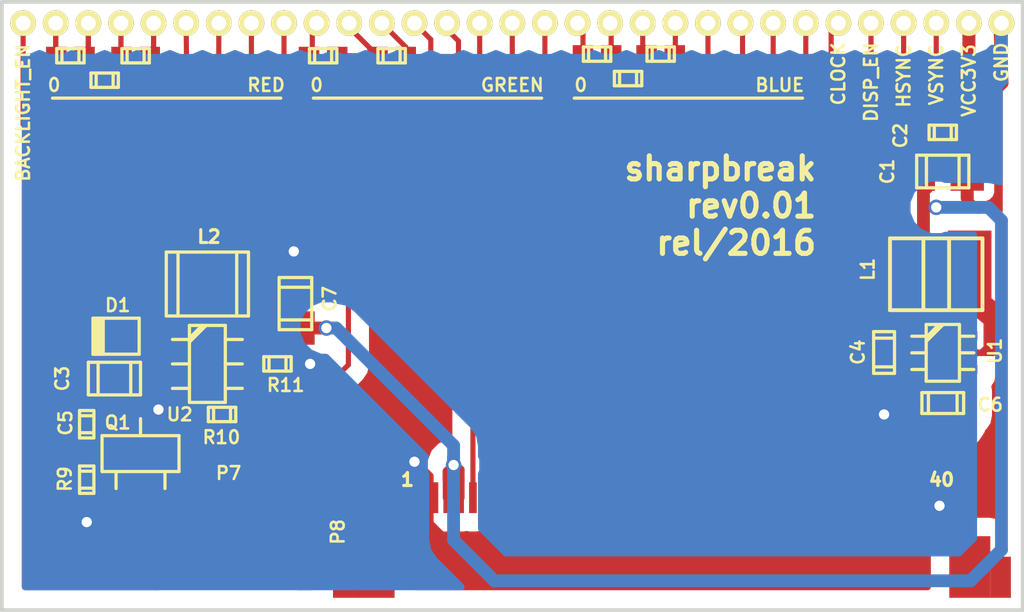
<source format=kicad_pcb>
(kicad_pcb (version 4) (host pcbnew 4.0.4-stable)

  (general
    (links 89)
    (no_connects 0)
    (area 140.354429 77.0395 183.876572 105.375)
    (thickness 1.6)
    (drawings 21)
    (tracks 444)
    (zones 0)
    (modules 32)
    (nets 39)
  )

  (page A4)
  (title_block
    (title sharpbreak)
    (date 2016-10-02)
    (rev 0.01)
    (company "1rel interactive")
  )

  (layers
    (0 F.Cu signal)
    (31 B.Cu signal)
    (32 B.Adhes user)
    (33 F.Adhes user)
    (34 B.Paste user)
    (35 F.Paste user)
    (36 B.SilkS user)
    (37 F.SilkS user)
    (38 B.Mask user)
    (39 F.Mask user)
    (40 Dwgs.User user)
    (41 Cmts.User user)
    (42 Eco1.User user)
    (43 Eco2.User user)
    (44 Edge.Cuts user)
    (45 Margin user)
    (46 B.CrtYd user)
    (47 F.CrtYd user)
    (48 B.Fab user)
    (49 F.Fab user)
  )

  (setup
    (last_trace_width 0.25)
    (user_trace_width 0.2)
    (user_trace_width 0.25)
    (user_trace_width 0.3)
    (user_trace_width 0.35)
    (user_trace_width 0.4)
    (user_trace_width 0.45)
    (user_trace_width 0.5)
    (trace_clearance 0.1)
    (zone_clearance 0.7)
    (zone_45_only yes)
    (trace_min 0.2)
    (segment_width 0.2)
    (edge_width 0.15)
    (via_size 0.6)
    (via_drill 0.4)
    (via_min_size 0.4)
    (via_min_drill 0.3)
    (uvia_size 0.3)
    (uvia_drill 0.1)
    (uvias_allowed no)
    (uvia_min_size 0.2)
    (uvia_min_drill 0.1)
    (pcb_text_width 0.3)
    (pcb_text_size 1.5 1.5)
    (mod_edge_width 0.15)
    (mod_text_size 1 1)
    (mod_text_width 0.15)
    (pad_size 1.524 1.524)
    (pad_drill 0.762)
    (pad_to_mask_clearance 0.2)
    (aux_axis_origin 0 0)
    (visible_elements FFFFFF7F)
    (pcbplotparams
      (layerselection 0x00030_80000001)
      (usegerberextensions false)
      (excludeedgelayer true)
      (linewidth 0.100000)
      (plotframeref false)
      (viasonmask false)
      (mode 1)
      (useauxorigin false)
      (hpglpennumber 1)
      (hpglpenspeed 20)
      (hpglpendiameter 15)
      (hpglpenoverlay 2)
      (psnegative false)
      (psa4output false)
      (plotreference true)
      (plotvalue true)
      (plotinvisibletext false)
      (padsonsilk false)
      (subtractmaskfromsilk false)
      (outputformat 1)
      (mirror false)
      (drillshape 1)
      (scaleselection 1)
      (outputdirectory ""))
  )

  (net 0 "")
  (net 1 R0)
  (net 2 R1)
  (net 3 R2)
  (net 4 R3)
  (net 5 R4)
  (net 6 R5)
  (net 7 R6)
  (net 8 R7)
  (net 9 G0)
  (net 10 G1)
  (net 11 G2)
  (net 12 G3)
  (net 13 G4)
  (net 14 G5)
  (net 15 G6)
  (net 16 G7)
  (net 17 B0)
  (net 18 B1)
  (net 19 B2)
  (net 20 B3)
  (net 21 B4)
  (net 22 B5)
  (net 23 B6)
  (net 24 B7)
  (net 25 GND)
  (net 26 VCC_2V5)
  (net 27 VSYNC)
  (net 28 HSYNC)
  (net 29 CLOCK)
  (net 30 BACKL_EN)
  (net 31 V_LED_CATHODE)
  (net 32 V_LED_ANODE)
  (net 33 "Net-(C5-Pad2)")
  (net 34 "Net-(R10-Pad1)")
  (net 35 VCC_5V)
  (net 36 "Net-(L1-Pad2)")
  (net 37 DISP_ENABLE)
  (net 38 /LED_VIN)

  (net_class Default "This is the default net class."
    (clearance 0.1)
    (trace_width 0.25)
    (via_dia 0.6)
    (via_drill 0.4)
    (uvia_dia 0.3)
    (uvia_drill 0.1)
    (add_net "Net-(C5-Pad2)")
    (add_net "Net-(L1-Pad2)")
    (add_net "Net-(R10-Pad1)")
  )

  (net_class PWR ""
    (clearance 0.1)
    (trace_width 0.35)
    (via_dia 0.6)
    (via_drill 0.4)
    (uvia_dia 0.3)
    (uvia_drill 0.1)
    (add_net /LED_VIN)
    (add_net GND)
    (add_net VCC_2V5)
    (add_net VCC_5V)
    (add_net V_LED_ANODE)
    (add_net V_LED_CATHODE)
  )

  (net_class SIG ""
    (clearance 0.1)
    (trace_width 0.2)
    (via_dia 0.6)
    (via_drill 0.4)
    (uvia_dia 0.3)
    (uvia_drill 0.1)
    (add_net B0)
    (add_net B1)
    (add_net B2)
    (add_net B3)
    (add_net B4)
    (add_net B5)
    (add_net B6)
    (add_net B7)
    (add_net BACKL_EN)
    (add_net CLOCK)
    (add_net DISP_ENABLE)
    (add_net G0)
    (add_net G1)
    (add_net G2)
    (add_net G3)
    (add_net G4)
    (add_net G5)
    (add_net G6)
    (add_net G7)
    (add_net HSYNC)
    (add_net R0)
    (add_net R1)
    (add_net R2)
    (add_net R3)
    (add_net R4)
    (add_net R5)
    (add_net R6)
    (add_net R7)
    (add_net VSYNC)
  )

  (module mylib:sc70-6_mod0 (layer F.Cu) (tedit 57F1CB41) (tstamp 57F1CF94)
    (at 179.1995 92.66 270)
    (descr SC70-6)
    (path /57F003AC)
    (fp_text reference U1 (at -0.077 -2.0295 270) (layer F.SilkS)
      (effects (font (size 0.5 0.5) (thickness 0.1)))
    )
    (fp_text value TPS61220-22 (at 0 0.3556 270) (layer F.SilkS) hide
      (effects (font (size 0.29972 0.29972) (thickness 0.06096)))
    )
    (fp_line (start 0 -0.6477) (end 0 -1.2065) (layer F.SilkS) (width 0.127))
    (fp_line (start -0.4445 0.6477) (end -1.1049 -0.0127) (layer F.SilkS) (width 0.127))
    (fp_line (start -0.5969 0.6477) (end -1.1049 0.1524) (layer F.SilkS) (width 0.127))
    (fp_line (start 0.6477 -0.6477) (end 0.6477 -1.2065) (layer F.SilkS) (width 0.127))
    (fp_line (start -0.6477 -0.6477) (end -0.6477 -1.2065) (layer F.SilkS) (width 0.127))
    (fp_line (start 0 0.6477) (end 0 1.2065) (layer F.SilkS) (width 0.127))
    (fp_line (start 0.6477 0.6477) (end 0.6477 1.2065) (layer F.SilkS) (width 0.127))
    (fp_line (start -0.6477 0.6477) (end -0.6477 1.2065) (layer F.SilkS) (width 0.127))
    (fp_line (start -1.1049 -0.6477) (end 1.1049 -0.6477) (layer F.SilkS) (width 0.127))
    (fp_line (start 1.1049 -0.6477) (end 1.1049 0.6477) (layer F.SilkS) (width 0.127))
    (fp_line (start 1.1049 0.6477) (end -1.1049 0.6477) (layer F.SilkS) (width 0.127))
    (fp_line (start -1.1049 0.6477) (end -1.1049 -0.6477) (layer F.SilkS) (width 0.127))
    (pad 1 smd rect (at -0.66 1.016 270) (size 0.35 0.66) (layers F.Cu F.Paste F.Mask)
      (net 26 VCC_2V5) (clearance 0.2))
    (pad 3 smd rect (at 0.66 1.016 270) (size 0.35 0.66) (layers F.Cu F.Paste F.Mask)
      (net 25 GND) (clearance 0.2))
    (pad 2 smd rect (at 0 1.016 270) (size 0.35 0.66) (layers F.Cu F.Paste F.Mask)
      (net 35 VCC_5V) (clearance 0.2))
    (pad 4 smd rect (at 0.66 -1.016 270) (size 0.35 0.66) (layers F.Cu F.Paste F.Mask)
      (net 35 VCC_5V) (clearance 0.2))
    (pad 6 smd rect (at -0.66 -1.016 270) (size 0.35 0.66) (layers F.Cu F.Paste F.Mask)
      (net 26 VCC_2V5) (clearance 0.2))
    (pad 5 smd rect (at 0 -1.016 270) (size 0.35 0.66) (layers F.Cu F.Paste F.Mask)
      (net 36 "Net-(L1-Pad2)") (clearance 0.2))
    (model walter/smd_trans/sc70-6.wrl
      (at (xyz 0 0 0))
      (scale (xyz 1 1 1))
      (rotate (xyz 0 0 0))
    )
  )

  (module w_smd_trans:sot23-6 (layer F.Cu) (tedit 57F1D021) (tstamp 57EF2D5B)
    (at 150.5585 93.091 270)
    (descr SOT23-6)
    (path /57F05094)
    (fp_text reference U2 (at 1.9685 1.0795 360) (layer F.SilkS)
      (effects (font (size 0.50038 0.5) (thickness 0.09906)))
    )
    (fp_text value LT1932 (at 0 0 270) (layer F.SilkS) hide
      (effects (font (size 0.50038 0.50038) (thickness 0.09906)))
    )
    (fp_line (start -0.8509 0.6985) (end -1.4986 0.0508) (layer F.SilkS) (width 0.127))
    (fp_line (start -1.0033 0.6985) (end -1.4986 0.2032) (layer F.SilkS) (width 0.127))
    (fp_line (start 0 -0.6985) (end 0 -1.3589) (layer F.SilkS) (width 0.127))
    (fp_line (start 0.9525 -0.6985) (end 0.9525 -1.3589) (layer F.SilkS) (width 0.127))
    (fp_line (start -0.9525 -0.6985) (end -0.9525 -1.3589) (layer F.SilkS) (width 0.127))
    (fp_line (start 0 0.6985) (end 0 1.3589) (layer F.SilkS) (width 0.127))
    (fp_line (start 0.9525 0.6985) (end 0.9525 1.3589) (layer F.SilkS) (width 0.127))
    (fp_line (start -0.9525 0.6985) (end -0.9525 1.3589) (layer F.SilkS) (width 0.127))
    (fp_line (start -1.4986 -0.6985) (end 1.4986 -0.6985) (layer F.SilkS) (width 0.127))
    (fp_line (start 1.4986 -0.6985) (end 1.4986 0.6985) (layer F.SilkS) (width 0.127))
    (fp_line (start 1.4986 0.6985) (end -1.4986 0.6985) (layer F.SilkS) (width 0.127))
    (fp_line (start -1.4986 0.6985) (end -1.4986 -0.6985) (layer F.SilkS) (width 0.127))
    (pad 1 smd rect (at -0.9525 1.05664 270) (size 0.59944 1.00076) (layers F.Cu F.Paste F.Mask)
      (net 38 /LED_VIN))
    (pad 3 smd rect (at 0.9525 1.05664 270) (size 0.59944 1.00076) (layers F.Cu F.Paste F.Mask)
      (net 31 V_LED_CATHODE))
    (pad 2 smd rect (at 0 1.05664 270) (size 0.59944 1.00076) (layers F.Cu F.Paste F.Mask)
      (net 25 GND))
    (pad 4 smd rect (at 0.9525 -1.05664 270) (size 0.59944 1.00076) (layers F.Cu F.Paste F.Mask)
      (net 34 "Net-(R10-Pad1)"))
    (pad 6 smd rect (at -0.9525 -1.05664 270) (size 0.59944 1.00076) (layers F.Cu F.Paste F.Mask)
      (net 26 VCC_2V5))
    (pad 5 smd rect (at 0 -1.05664 270) (size 0.59944 1.00076) (layers F.Cu F.Paste F.Mask)
      (net 30 BACKL_EN))
    (model walter/smd_trans/sot23-6.wrl
      (at (xyz 0 0 0))
      (scale (xyz 1 1 1))
      (rotate (xyz 0 0 0))
    )
  )

  (module w_smd_diode:sod323 (layer F.Cu) (tedit 57F1C801) (tstamp 57EF2D34)
    (at 147.0025 92.0115 180)
    (descr SOD323)
    (path /57F0867B)
    (fp_text reference D1 (at -0.0635 1.2065 180) (layer F.SilkS)
      (effects (font (size 0.5 0.5) (thickness 0.1)))
    )
    (fp_text value DIODESCH (at 0 1.19888 180) (layer F.SilkS) hide
      (effects (font (size 0.39878 0.39878) (thickness 0.09906)))
    )
    (fp_line (start 0.8001 -0.70104) (end 0.8001 0.70104) (layer F.SilkS) (width 0.127))
    (fp_line (start 0.70104 0.70104) (end 0.70104 -0.70104) (layer F.SilkS) (width 0.127))
    (fp_line (start 0.59944 -0.70104) (end 0.59944 0.70104) (layer F.SilkS) (width 0.127))
    (fp_line (start 0.50038 -0.70104) (end 0.50038 0.70104) (layer F.SilkS) (width 0.127))
    (fp_line (start 0.89916 -0.70104) (end -0.89916 -0.70104) (layer F.SilkS) (width 0.127))
    (fp_line (start -0.89916 -0.70104) (end -0.89916 0.70104) (layer F.SilkS) (width 0.127))
    (fp_line (start -0.89916 0.70104) (end 0.89916 0.70104) (layer F.SilkS) (width 0.127))
    (fp_line (start 0.89916 0.70104) (end 0.89916 -0.70104) (layer F.SilkS) (width 0.127))
    (pad 2 smd rect (at 1.09982 0 180) (size 1.00076 0.59944) (layers F.Cu F.Paste F.Mask)
      (net 32 V_LED_ANODE))
    (pad 1 smd rect (at -1.09982 0 180) (size 1.00076 0.59944) (layers F.Cu F.Paste F.Mask)
      (net 38 /LED_VIN))
    (model walter/smd_diode/sod323.wrl
      (at (xyz 0 0 0))
      (scale (xyz 1 1 1))
      (rotate (xyz 0 0 0))
    )
  )

  (module w_smd_resistors:r_0402 (layer F.Cu) (tedit 57F18C89) (tstamp 57EF259D)
    (at 145.2245 81.0895)
    (descr "SMT resistor, 0402")
    (path /57F17C6C)
    (fp_text reference R1 (at -0.3175 0.889) (layer F.SilkS) hide
      (effects (font (size 0.5 0.5) (thickness 0.1)))
    )
    (fp_text value 0R (at 0 0.4826) (layer F.SilkS) hide
      (effects (font (size 0.1524 0.1524) (thickness 0.03048)))
    )
    (fp_line (start 0.3302 -0.2794) (end 0.3302 0.2794) (layer F.SilkS) (width 0.127))
    (fp_line (start -0.3302 -0.2794) (end -0.3302 0.2794) (layer F.SilkS) (width 0.127))
    (fp_line (start -0.5334 -0.2794) (end -0.5334 0.2794) (layer F.SilkS) (width 0.127))
    (fp_line (start -0.5334 0.2794) (end 0.5334 0.2794) (layer F.SilkS) (width 0.127))
    (fp_line (start 0.5334 0.2794) (end 0.5334 -0.2794) (layer F.SilkS) (width 0.127))
    (fp_line (start 0.5334 -0.2794) (end -0.5334 -0.2794) (layer F.SilkS) (width 0.127))
    (pad 1 smd rect (at 0.54864 0) (size 0.8001 0.6985) (layers F.Cu F.Paste F.Mask)
      (net 2 R1))
    (pad 2 smd rect (at -0.54864 0) (size 0.8001 0.6985) (layers F.Cu F.Paste F.Mask)
      (net 1 R0))
    (model walter/smd_resistors/r_0402.wrl
      (at (xyz 0 0 0))
      (scale (xyz 1 1 1))
      (rotate (xyz 0 0 0))
    )
  )

  (module w_smd_resistors:r_0402 (layer F.Cu) (tedit 57F18C87) (tstamp 57EF25A3)
    (at 146.558 82.042)
    (descr "SMT resistor, 0402")
    (path /57F17FB0)
    (fp_text reference R2 (at 0 0.9525) (layer F.SilkS) hide
      (effects (font (size 0.5 0.5) (thickness 0.1)))
    )
    (fp_text value 0R (at 0 0.4826) (layer F.SilkS) hide
      (effects (font (size 0.1524 0.1524) (thickness 0.03048)))
    )
    (fp_line (start 0.3302 -0.2794) (end 0.3302 0.2794) (layer F.SilkS) (width 0.127))
    (fp_line (start -0.3302 -0.2794) (end -0.3302 0.2794) (layer F.SilkS) (width 0.127))
    (fp_line (start -0.5334 -0.2794) (end -0.5334 0.2794) (layer F.SilkS) (width 0.127))
    (fp_line (start -0.5334 0.2794) (end 0.5334 0.2794) (layer F.SilkS) (width 0.127))
    (fp_line (start 0.5334 0.2794) (end 0.5334 -0.2794) (layer F.SilkS) (width 0.127))
    (fp_line (start 0.5334 -0.2794) (end -0.5334 -0.2794) (layer F.SilkS) (width 0.127))
    (pad 1 smd rect (at 0.54864 0) (size 0.8001 0.6985) (layers F.Cu F.Paste F.Mask)
      (net 3 R2))
    (pad 2 smd rect (at -0.54864 0) (size 0.8001 0.6985) (layers F.Cu F.Paste F.Mask)
      (net 2 R1))
    (model walter/smd_resistors/r_0402.wrl
      (at (xyz 0 0 0))
      (scale (xyz 1 1 1))
      (rotate (xyz 0 0 0))
    )
  )

  (module w_smd_resistors:r_0402 (layer F.Cu) (tedit 57F18C84) (tstamp 57EF25A9)
    (at 147.7645 81.0895)
    (descr "SMT resistor, 0402")
    (path /57F18022)
    (fp_text reference R3 (at 0.9525 0.889) (layer F.SilkS) hide
      (effects (font (size 0.5 0.5) (thickness 0.1)))
    )
    (fp_text value 0R (at 0 0.4826) (layer F.SilkS) hide
      (effects (font (size 0.1524 0.1524) (thickness 0.03048)))
    )
    (fp_line (start 0.3302 -0.2794) (end 0.3302 0.2794) (layer F.SilkS) (width 0.127))
    (fp_line (start -0.3302 -0.2794) (end -0.3302 0.2794) (layer F.SilkS) (width 0.127))
    (fp_line (start -0.5334 -0.2794) (end -0.5334 0.2794) (layer F.SilkS) (width 0.127))
    (fp_line (start -0.5334 0.2794) (end 0.5334 0.2794) (layer F.SilkS) (width 0.127))
    (fp_line (start 0.5334 0.2794) (end 0.5334 -0.2794) (layer F.SilkS) (width 0.127))
    (fp_line (start 0.5334 -0.2794) (end -0.5334 -0.2794) (layer F.SilkS) (width 0.127))
    (pad 1 smd rect (at 0.54864 0) (size 0.8001 0.6985) (layers F.Cu F.Paste F.Mask)
      (net 4 R3))
    (pad 2 smd rect (at -0.54864 0) (size 0.8001 0.6985) (layers F.Cu F.Paste F.Mask)
      (net 3 R2))
    (model walter/smd_resistors/r_0402.wrl
      (at (xyz 0 0 0))
      (scale (xyz 1 1 1))
      (rotate (xyz 0 0 0))
    )
  )

  (module w_smd_resistors:r_0402 (layer F.Cu) (tedit 57F18C7E) (tstamp 57EF25AF)
    (at 155.067 81.0895)
    (descr "SMT resistor, 0402")
    (path /57F19DC6)
    (fp_text reference R4 (at 0.4445 0.889) (layer F.SilkS) hide
      (effects (font (size 0.5 0.5) (thickness 0.1)))
    )
    (fp_text value 0R (at 0 0.4826) (layer F.SilkS) hide
      (effects (font (size 0.1524 0.1524) (thickness 0.03048)))
    )
    (fp_line (start 0.3302 -0.2794) (end 0.3302 0.2794) (layer F.SilkS) (width 0.127))
    (fp_line (start -0.3302 -0.2794) (end -0.3302 0.2794) (layer F.SilkS) (width 0.127))
    (fp_line (start -0.5334 -0.2794) (end -0.5334 0.2794) (layer F.SilkS) (width 0.127))
    (fp_line (start -0.5334 0.2794) (end 0.5334 0.2794) (layer F.SilkS) (width 0.127))
    (fp_line (start 0.5334 0.2794) (end 0.5334 -0.2794) (layer F.SilkS) (width 0.127))
    (fp_line (start 0.5334 -0.2794) (end -0.5334 -0.2794) (layer F.SilkS) (width 0.127))
    (pad 1 smd rect (at 0.54864 0) (size 0.8001 0.6985) (layers F.Cu F.Paste F.Mask)
      (net 10 G1))
    (pad 2 smd rect (at -0.54864 0) (size 0.8001 0.6985) (layers F.Cu F.Paste F.Mask)
      (net 9 G0))
    (model walter/smd_resistors/r_0402.wrl
      (at (xyz 0 0 0))
      (scale (xyz 1 1 1))
      (rotate (xyz 0 0 0))
    )
  )

  (module w_smd_resistors:r_0402 (layer F.Cu) (tedit 57F18C7C) (tstamp 57EF25B5)
    (at 157.734 81.0895)
    (descr "SMT resistor, 0402")
    (path /57F19DCC)
    (fp_text reference R5 (at 0.6985 0.889) (layer F.SilkS) hide
      (effects (font (size 0.5 0.5) (thickness 0.1)))
    )
    (fp_text value 0R (at 0 0.4826) (layer F.SilkS) hide
      (effects (font (size 0.1524 0.1524) (thickness 0.03048)))
    )
    (fp_line (start 0.3302 -0.2794) (end 0.3302 0.2794) (layer F.SilkS) (width 0.127))
    (fp_line (start -0.3302 -0.2794) (end -0.3302 0.2794) (layer F.SilkS) (width 0.127))
    (fp_line (start -0.5334 -0.2794) (end -0.5334 0.2794) (layer F.SilkS) (width 0.127))
    (fp_line (start -0.5334 0.2794) (end 0.5334 0.2794) (layer F.SilkS) (width 0.127))
    (fp_line (start 0.5334 0.2794) (end 0.5334 -0.2794) (layer F.SilkS) (width 0.127))
    (fp_line (start 0.5334 -0.2794) (end -0.5334 -0.2794) (layer F.SilkS) (width 0.127))
    (pad 1 smd rect (at 0.54864 0) (size 0.8001 0.6985) (layers F.Cu F.Paste F.Mask)
      (net 11 G2))
    (pad 2 smd rect (at -0.54864 0) (size 0.8001 0.6985) (layers F.Cu F.Paste F.Mask)
      (net 10 G1))
    (model walter/smd_resistors/r_0402.wrl
      (at (xyz 0 0 0))
      (scale (xyz 1 1 1))
      (rotate (xyz 0 0 0))
    )
  )

  (module w_smd_resistors:r_0402 (layer F.Cu) (tedit 57F18C10) (tstamp 57EF25BB)
    (at 165.735 81.026)
    (descr "SMT resistor, 0402")
    (path /57F19F79)
    (fp_text reference R6 (at -0.0635 0.8255) (layer F.SilkS) hide
      (effects (font (size 0.5 0.5) (thickness 0.1)))
    )
    (fp_text value 0R (at 0 0.4826) (layer F.SilkS) hide
      (effects (font (size 0.1524 0.1524) (thickness 0.03048)))
    )
    (fp_line (start 0.3302 -0.2794) (end 0.3302 0.2794) (layer F.SilkS) (width 0.127))
    (fp_line (start -0.3302 -0.2794) (end -0.3302 0.2794) (layer F.SilkS) (width 0.127))
    (fp_line (start -0.5334 -0.2794) (end -0.5334 0.2794) (layer F.SilkS) (width 0.127))
    (fp_line (start -0.5334 0.2794) (end 0.5334 0.2794) (layer F.SilkS) (width 0.127))
    (fp_line (start 0.5334 0.2794) (end 0.5334 -0.2794) (layer F.SilkS) (width 0.127))
    (fp_line (start 0.5334 -0.2794) (end -0.5334 -0.2794) (layer F.SilkS) (width 0.127))
    (pad 1 smd rect (at 0.54864 0) (size 0.8001 0.6985) (layers F.Cu F.Paste F.Mask)
      (net 18 B1))
    (pad 2 smd rect (at -0.54864 0) (size 0.8001 0.6985) (layers F.Cu F.Paste F.Mask)
      (net 17 B0))
    (model walter/smd_resistors/r_0402.wrl
      (at (xyz 0 0 0))
      (scale (xyz 1 1 1))
      (rotate (xyz 0 0 0))
    )
  )

  (module w_smd_resistors:r_0402 (layer F.Cu) (tedit 57F18C0D) (tstamp 57EF25C1)
    (at 166.9415 81.9785)
    (descr "SMT resistor, 0402")
    (path /57F19F7F)
    (fp_text reference R7 (at 0 0.889) (layer F.SilkS) hide
      (effects (font (size 0.5 0.5) (thickness 0.1)))
    )
    (fp_text value 0R (at 0 0.4826) (layer F.SilkS) hide
      (effects (font (size 0.1524 0.1524) (thickness 0.03048)))
    )
    (fp_line (start 0.3302 -0.2794) (end 0.3302 0.2794) (layer F.SilkS) (width 0.127))
    (fp_line (start -0.3302 -0.2794) (end -0.3302 0.2794) (layer F.SilkS) (width 0.127))
    (fp_line (start -0.5334 -0.2794) (end -0.5334 0.2794) (layer F.SilkS) (width 0.127))
    (fp_line (start -0.5334 0.2794) (end 0.5334 0.2794) (layer F.SilkS) (width 0.127))
    (fp_line (start 0.5334 0.2794) (end 0.5334 -0.2794) (layer F.SilkS) (width 0.127))
    (fp_line (start 0.5334 -0.2794) (end -0.5334 -0.2794) (layer F.SilkS) (width 0.127))
    (pad 1 smd rect (at 0.54864 0) (size 0.8001 0.6985) (layers F.Cu F.Paste F.Mask)
      (net 19 B2))
    (pad 2 smd rect (at -0.54864 0) (size 0.8001 0.6985) (layers F.Cu F.Paste F.Mask)
      (net 18 B1))
    (model walter/smd_resistors/r_0402.wrl
      (at (xyz 0 0 0))
      (scale (xyz 1 1 1))
      (rotate (xyz 0 0 0))
    )
  )

  (module w_smd_resistors:r_0402 (layer F.Cu) (tedit 57F18C0B) (tstamp 57EF25C7)
    (at 168.2115 81.026)
    (descr "SMT resistor, 0402")
    (path /57F19F85)
    (fp_text reference R8 (at 0.762 0.8255) (layer F.SilkS) hide
      (effects (font (size 0.5 0.5) (thickness 0.1)))
    )
    (fp_text value 0R (at 0 0.4826) (layer F.SilkS) hide
      (effects (font (size 0.1524 0.1524) (thickness 0.03048)))
    )
    (fp_line (start 0.3302 -0.2794) (end 0.3302 0.2794) (layer F.SilkS) (width 0.127))
    (fp_line (start -0.3302 -0.2794) (end -0.3302 0.2794) (layer F.SilkS) (width 0.127))
    (fp_line (start -0.5334 -0.2794) (end -0.5334 0.2794) (layer F.SilkS) (width 0.127))
    (fp_line (start -0.5334 0.2794) (end 0.5334 0.2794) (layer F.SilkS) (width 0.127))
    (fp_line (start 0.5334 0.2794) (end 0.5334 -0.2794) (layer F.SilkS) (width 0.127))
    (fp_line (start 0.5334 -0.2794) (end -0.5334 -0.2794) (layer F.SilkS) (width 0.127))
    (pad 1 smd rect (at 0.54864 0) (size 0.8001 0.6985) (layers F.Cu F.Paste F.Mask)
      (net 20 B3))
    (pad 2 smd rect (at -0.54864 0) (size 0.8001 0.6985) (layers F.Cu F.Paste F.Mask)
      (net 19 B2))
    (model walter/smd_resistors/r_0402.wrl
      (at (xyz 0 0 0))
      (scale (xyz 1 1 1))
      (rotate (xyz 0 0 0))
    )
  )

  (module w_smd_resistors:r_0402 (layer F.Cu) (tedit 57F1C39C) (tstamp 57EF25CD)
    (at 145.8595 97.5995 90)
    (descr "SMT resistor, 0402")
    (path /57F0FF1D)
    (fp_text reference R9 (at 0.0254 -0.8509 270) (layer F.SilkS)
      (effects (font (size 0.5 0.5) (thickness 0.1)))
    )
    (fp_text value 1k5 (at 0 0.4826 90) (layer F.SilkS) hide
      (effects (font (size 0.1524 0.1524) (thickness 0.03048)))
    )
    (fp_line (start 0.3302 -0.2794) (end 0.3302 0.2794) (layer F.SilkS) (width 0.127))
    (fp_line (start -0.3302 -0.2794) (end -0.3302 0.2794) (layer F.SilkS) (width 0.127))
    (fp_line (start -0.5334 -0.2794) (end -0.5334 0.2794) (layer F.SilkS) (width 0.127))
    (fp_line (start -0.5334 0.2794) (end 0.5334 0.2794) (layer F.SilkS) (width 0.127))
    (fp_line (start 0.5334 0.2794) (end 0.5334 -0.2794) (layer F.SilkS) (width 0.127))
    (fp_line (start 0.5334 -0.2794) (end -0.5334 -0.2794) (layer F.SilkS) (width 0.127))
    (pad 1 smd rect (at 0.54864 0 90) (size 0.8001 0.6985) (layers F.Cu F.Paste F.Mask)
      (net 33 "Net-(C5-Pad2)"))
    (pad 2 smd rect (at -0.54864 0 90) (size 0.8001 0.6985) (layers F.Cu F.Paste F.Mask)
      (net 25 GND))
    (model walter/smd_resistors/r_0402.wrl
      (at (xyz 0 0 0))
      (scale (xyz 1 1 1))
      (rotate (xyz 0 0 0))
    )
  )

  (module w_smd_resistors:r_0402 (layer F.Cu) (tedit 57F1C38F) (tstamp 57EF25D3)
    (at 151.13 95.0595)
    (descr "SMT resistor, 0402")
    (path /57F0B0FA)
    (fp_text reference R10 (at -0.0254 0.889) (layer F.SilkS)
      (effects (font (size 0.5 0.5) (thickness 0.1)))
    )
    (fp_text value 1k5 (at 0 0.4826) (layer F.SilkS) hide
      (effects (font (size 0.1524 0.1524) (thickness 0.03048)))
    )
    (fp_line (start 0.3302 -0.2794) (end 0.3302 0.2794) (layer F.SilkS) (width 0.127))
    (fp_line (start -0.3302 -0.2794) (end -0.3302 0.2794) (layer F.SilkS) (width 0.127))
    (fp_line (start -0.5334 -0.2794) (end -0.5334 0.2794) (layer F.SilkS) (width 0.127))
    (fp_line (start -0.5334 0.2794) (end 0.5334 0.2794) (layer F.SilkS) (width 0.127))
    (fp_line (start 0.5334 0.2794) (end 0.5334 -0.2794) (layer F.SilkS) (width 0.127))
    (fp_line (start 0.5334 -0.2794) (end -0.5334 -0.2794) (layer F.SilkS) (width 0.127))
    (pad 1 smd rect (at 0.54864 0) (size 0.8001 0.6985) (layers F.Cu F.Paste F.Mask)
      (net 34 "Net-(R10-Pad1)"))
    (pad 2 smd rect (at -0.54864 0) (size 0.8001 0.6985) (layers F.Cu F.Paste F.Mask)
      (net 25 GND))
    (model walter/smd_resistors/r_0402.wrl
      (at (xyz 0 0 0))
      (scale (xyz 1 1 1))
      (rotate (xyz 0 0 0))
    )
  )

  (module w_smd_resistors:r_0402 (layer F.Cu) (tedit 57F1CCE1) (tstamp 57EF25D9)
    (at 153.289 93.091 180)
    (descr "SMT resistor, 0402")
    (path /57F0C983)
    (fp_text reference R11 (at -0.3175 -0.8255 360) (layer F.SilkS)
      (effects (font (size 0.5 0.5) (thickness 0.1)))
    )
    (fp_text value 10k (at 0 0.4826 180) (layer F.SilkS) hide
      (effects (font (size 0.1524 0.1524) (thickness 0.03048)))
    )
    (fp_line (start 0.3302 -0.2794) (end 0.3302 0.2794) (layer F.SilkS) (width 0.127))
    (fp_line (start -0.3302 -0.2794) (end -0.3302 0.2794) (layer F.SilkS) (width 0.127))
    (fp_line (start -0.5334 -0.2794) (end -0.5334 0.2794) (layer F.SilkS) (width 0.127))
    (fp_line (start -0.5334 0.2794) (end 0.5334 0.2794) (layer F.SilkS) (width 0.127))
    (fp_line (start 0.5334 0.2794) (end 0.5334 -0.2794) (layer F.SilkS) (width 0.127))
    (fp_line (start 0.5334 -0.2794) (end -0.5334 -0.2794) (layer F.SilkS) (width 0.127))
    (pad 1 smd rect (at 0.54864 0 180) (size 0.8001 0.6985) (layers F.Cu F.Paste F.Mask)
      (net 30 BACKL_EN))
    (pad 2 smd rect (at -0.54864 0 180) (size 0.8001 0.6985) (layers F.Cu F.Paste F.Mask)
      (net 25 GND))
    (model walter/smd_resistors/r_0402.wrl
      (at (xyz 0 0 0))
      (scale (xyz 1 1 1))
      (rotate (xyz 0 0 0))
    )
  )

  (module w_smd_cap:c_0402 (layer F.Cu) (tedit 57F1F515) (tstamp 57EF2D10)
    (at 179.197 84.074 180)
    (descr "SMT capacitor, 0402")
    (path /57EF1E60)
    (fp_text reference C2 (at 1.651 -0.127 270) (layer F.SilkS)
      (effects (font (size 0.5 0.5) (thickness 0.1)))
    )
    (fp_text value 100n (at 0 0.4826 180) (layer F.SilkS) hide
      (effects (font (size 0.1524 0.1524) (thickness 0.03048)))
    )
    (fp_line (start 0.3302 -0.2794) (end 0.3302 0.2794) (layer F.SilkS) (width 0.127))
    (fp_line (start -0.3302 -0.2794) (end -0.3302 0.2794) (layer F.SilkS) (width 0.127))
    (fp_line (start -0.5334 -0.2794) (end -0.5334 0.2794) (layer F.SilkS) (width 0.127))
    (fp_line (start -0.5334 0.2794) (end 0.5334 0.2794) (layer F.SilkS) (width 0.127))
    (fp_line (start 0.5334 0.2794) (end 0.5334 -0.2794) (layer F.SilkS) (width 0.127))
    (fp_line (start 0.5334 -0.2794) (end -0.5334 -0.2794) (layer F.SilkS) (width 0.127))
    (pad 1 smd rect (at 0.54864 0 180) (size 0.8001 0.6985) (layers F.Cu F.Paste F.Mask)
      (net 26 VCC_2V5))
    (pad 2 smd rect (at -0.54864 0 180) (size 0.8001 0.6985) (layers F.Cu F.Paste F.Mask)
      (net 25 GND))
    (model walter/smd_cap/c_0402.wrl
      (at (xyz 0 0 0))
      (scale (xyz 1 1 1))
      (rotate (xyz 0 0 0))
    )
  )

  (module w_smd_cap:c_0805 (layer F.Cu) (tedit 57F1C7FE) (tstamp 57EF2D16)
    (at 146.939 93.6625 180)
    (descr "SMT capacitor, 0805")
    (path /57F0BDD5)
    (fp_text reference C3 (at 2.032 0 270) (layer F.SilkS)
      (effects (font (size 0.5 0.5) (thickness 0.1)))
    )
    (fp_text value 1u (at 0 0.9906 180) (layer F.SilkS) hide
      (effects (font (size 0.29972 0.29972) (thickness 0.06096)))
    )
    (fp_line (start 0.635 -0.635) (end 0.635 0.635) (layer F.SilkS) (width 0.127))
    (fp_line (start -0.635 -0.635) (end -0.635 0.6096) (layer F.SilkS) (width 0.127))
    (fp_line (start -1.016 -0.635) (end 1.016 -0.635) (layer F.SilkS) (width 0.127))
    (fp_line (start 1.016 -0.635) (end 1.016 0.635) (layer F.SilkS) (width 0.127))
    (fp_line (start 1.016 0.635) (end -1.016 0.635) (layer F.SilkS) (width 0.127))
    (fp_line (start -1.016 0.635) (end -1.016 -0.635) (layer F.SilkS) (width 0.127))
    (pad 1 smd rect (at 0.9525 0 180) (size 1.30048 1.4986) (layers F.Cu F.Paste F.Mask)
      (net 32 V_LED_ANODE))
    (pad 2 smd rect (at -0.9525 0 180) (size 1.30048 1.4986) (layers F.Cu F.Paste F.Mask)
      (net 25 GND))
    (model walter/smd_cap/c_0805.wrl
      (at (xyz 0 0 0))
      (scale (xyz 1 1 1))
      (rotate (xyz 0 0 0))
    )
  )

  (module w_smd_cap:c_0402 (layer F.Cu) (tedit 57F1C397) (tstamp 57EF2D22)
    (at 145.8595 95.4405 90)
    (descr "SMT capacitor, 0402")
    (path /57F0FBD2)
    (fp_text reference C5 (at 0.0508 -0.8255 90) (layer F.SilkS)
      (effects (font (size 0.5 0.5) (thickness 0.1)))
    )
    (fp_text value 47n (at 0 0.4826 90) (layer F.SilkS) hide
      (effects (font (size 0.1524 0.1524) (thickness 0.03048)))
    )
    (fp_line (start 0.3302 -0.2794) (end 0.3302 0.2794) (layer F.SilkS) (width 0.127))
    (fp_line (start -0.3302 -0.2794) (end -0.3302 0.2794) (layer F.SilkS) (width 0.127))
    (fp_line (start -0.5334 -0.2794) (end -0.5334 0.2794) (layer F.SilkS) (width 0.127))
    (fp_line (start -0.5334 0.2794) (end 0.5334 0.2794) (layer F.SilkS) (width 0.127))
    (fp_line (start 0.5334 0.2794) (end 0.5334 -0.2794) (layer F.SilkS) (width 0.127))
    (fp_line (start 0.5334 -0.2794) (end -0.5334 -0.2794) (layer F.SilkS) (width 0.127))
    (pad 1 smd rect (at 0.54864 0 90) (size 0.8001 0.6985) (layers F.Cu F.Paste F.Mask)
      (net 32 V_LED_ANODE))
    (pad 2 smd rect (at -0.54864 0 90) (size 0.8001 0.6985) (layers F.Cu F.Paste F.Mask)
      (net 33 "Net-(C5-Pad2)"))
    (model walter/smd_cap/c_0402.wrl
      (at (xyz 0 0 0))
      (scale (xyz 1 1 1))
      (rotate (xyz 0 0 0))
    )
  )

  (module w_smd_cap:c_0805 (layer F.Cu) (tedit 57F1D034) (tstamp 57EF2D2E)
    (at 153.9875 90.7415 270)
    (descr "SMT capacitor, 0805")
    (path /57F0BC23)
    (fp_text reference C7 (at -0.1905 -1.3335 270) (layer F.SilkS)
      (effects (font (size 0.5 0.5) (thickness 0.1)))
    )
    (fp_text value 4u7 (at 0 0.9906 270) (layer F.SilkS) hide
      (effects (font (size 0.29972 0.29972) (thickness 0.06096)))
    )
    (fp_line (start 0.635 -0.635) (end 0.635 0.635) (layer F.SilkS) (width 0.127))
    (fp_line (start -0.635 -0.635) (end -0.635 0.6096) (layer F.SilkS) (width 0.127))
    (fp_line (start -1.016 -0.635) (end 1.016 -0.635) (layer F.SilkS) (width 0.127))
    (fp_line (start 1.016 -0.635) (end 1.016 0.635) (layer F.SilkS) (width 0.127))
    (fp_line (start 1.016 0.635) (end -1.016 0.635) (layer F.SilkS) (width 0.127))
    (fp_line (start -1.016 0.635) (end -1.016 -0.635) (layer F.SilkS) (width 0.127))
    (pad 1 smd rect (at 0.9525 0 270) (size 1.30048 1.4986) (layers F.Cu F.Paste F.Mask)
      (net 26 VCC_2V5))
    (pad 2 smd rect (at -0.9525 0 270) (size 1.30048 1.4986) (layers F.Cu F.Paste F.Mask)
      (net 25 GND))
    (model walter/smd_cap/c_0805.wrl
      (at (xyz 0 0 0))
      (scale (xyz 1 1 1))
      (rotate (xyz 0 0 0))
    )
  )

  (module mylib:pin_header_8x1_1.27mm_pitch (layer F.Cu) (tedit 57F18C83) (tstamp 57EF2ECD)
    (at 149.098 79.8195)
    (path /57EEDD31)
    (fp_text reference P1 (at 1.27 1.2065) (layer F.SilkS) hide
      (effects (font (size 0.5 0.5) (thickness 0.1)))
    )
    (fp_text value CONN_8 (at 0 2.54) (layer F.Fab) hide
      (effects (font (size 1 1) (thickness 0.15)))
    )
    (pad 1 thru_hole circle (at -4.445 0) (size 1 1) (drill 0.573) (layers *.Cu *.Mask F.SilkS)
      (net 1 R0))
    (pad 2 thru_hole circle (at -3.175 0) (size 1 1) (drill 0.573) (layers *.Cu *.Mask F.SilkS)
      (net 2 R1))
    (pad 3 thru_hole circle (at -1.905 0) (size 1 1) (drill 0.573) (layers *.Cu *.Mask F.SilkS)
      (net 3 R2))
    (pad 4 thru_hole circle (at -0.635 0) (size 1 1) (drill 0.573) (layers *.Cu *.Mask F.SilkS)
      (net 4 R3))
    (pad 5 thru_hole circle (at 0.635 0) (size 1 1) (drill 0.573) (layers *.Cu *.Mask F.SilkS)
      (net 5 R4))
    (pad 6 thru_hole circle (at 1.905 0) (size 1 1) (drill 0.573) (layers *.Cu *.Mask F.SilkS)
      (net 6 R5))
    (pad 7 thru_hole circle (at 3.175 0) (size 1 1) (drill 0.573) (layers *.Cu *.Mask F.SilkS)
      (net 7 R6))
    (pad 8 thru_hole circle (at 4.445 0) (size 1 1) (drill 0.573) (layers *.Cu *.Mask F.SilkS)
      (net 8 R7))
  )

  (module mylib:pin_header_8x1_1.27mm_pitch (layer F.Cu) (tedit 57F18C79) (tstamp 57EF2ED8)
    (at 159.258 79.8195)
    (path /57EEE06B)
    (fp_text reference P2 (at -0.127 1.2065) (layer F.SilkS) hide
      (effects (font (size 0.5 0.5) (thickness 0.1)))
    )
    (fp_text value CONN_8 (at 0 2.54) (layer F.Fab) hide
      (effects (font (size 1 1) (thickness 0.15)))
    )
    (pad 1 thru_hole circle (at -4.445 0) (size 1 1) (drill 0.573) (layers *.Cu *.Mask F.SilkS)
      (net 9 G0))
    (pad 2 thru_hole circle (at -3.175 0) (size 1 1) (drill 0.573) (layers *.Cu *.Mask F.SilkS)
      (net 10 G1))
    (pad 3 thru_hole circle (at -1.905 0) (size 1 1) (drill 0.573) (layers *.Cu *.Mask F.SilkS)
      (net 11 G2))
    (pad 4 thru_hole circle (at -0.635 0) (size 1 1) (drill 0.573) (layers *.Cu *.Mask F.SilkS)
      (net 12 G3))
    (pad 5 thru_hole circle (at 0.635 0) (size 1 1) (drill 0.573) (layers *.Cu *.Mask F.SilkS)
      (net 13 G4))
    (pad 6 thru_hole circle (at 1.905 0) (size 1 1) (drill 0.573) (layers *.Cu *.Mask F.SilkS)
      (net 14 G5))
    (pad 7 thru_hole circle (at 3.175 0) (size 1 1) (drill 0.573) (layers *.Cu *.Mask F.SilkS)
      (net 15 G6))
    (pad 8 thru_hole circle (at 4.445 0) (size 1 1) (drill 0.573) (layers *.Cu *.Mask F.SilkS)
      (net 16 G7))
  )

  (module mylib:pin_header_8x1_1.27mm_pitch (layer F.Cu) (tedit 57F18C09) (tstamp 57EF2EE3)
    (at 169.418 79.8195)
    (path /57EEE166)
    (fp_text reference P3 (at 0.635 1.2065) (layer F.SilkS) hide
      (effects (font (size 0.50038 0.50038) (thickness 0.1)))
    )
    (fp_text value CONN_8 (at 0 2.54) (layer F.Fab) hide
      (effects (font (size 1 1) (thickness 0.15)))
    )
    (pad 1 thru_hole circle (at -4.445 0) (size 1 1) (drill 0.573) (layers *.Cu *.Mask F.SilkS)
      (net 17 B0))
    (pad 2 thru_hole circle (at -3.175 0) (size 1 1) (drill 0.573) (layers *.Cu *.Mask F.SilkS)
      (net 18 B1))
    (pad 3 thru_hole circle (at -1.905 0) (size 1 1) (drill 0.573) (layers *.Cu *.Mask F.SilkS)
      (net 19 B2))
    (pad 4 thru_hole circle (at -0.635 0) (size 1 1) (drill 0.573) (layers *.Cu *.Mask F.SilkS)
      (net 20 B3))
    (pad 5 thru_hole circle (at 0.635 0) (size 1 1) (drill 0.573) (layers *.Cu *.Mask F.SilkS)
      (net 21 B4))
    (pad 6 thru_hole circle (at 1.905 0) (size 1 1) (drill 0.573) (layers *.Cu *.Mask F.SilkS)
      (net 22 B5))
    (pad 7 thru_hole circle (at 3.175 0) (size 1 1) (drill 0.573) (layers *.Cu *.Mask F.SilkS)
      (net 23 B6))
    (pad 8 thru_hole circle (at 4.445 0) (size 1 1) (drill 0.573) (layers *.Cu *.Mask F.SilkS)
      (net 24 B7))
  )

  (module mylib:pin_header_2x1_1.27mm_pitch (layer F.Cu) (tedit 57F09BF7) (tstamp 57EF2EEE)
    (at 180.848 79.8195 180)
    (path /57EF0ADA)
    (fp_text reference P4 (at -0.152 -1.4665 180) (layer F.SilkS) hide
      (effects (font (size 1 1) (thickness 0.15)))
    )
    (fp_text value CONN_2 (at 0 1.905 180) (layer F.Fab) hide
      (effects (font (size 1 1) (thickness 0.15)))
    )
    (pad 1 thru_hole circle (at -0.635 0 180) (size 1 1) (drill 0.573) (layers *.Cu *.Mask F.SilkS)
      (net 25 GND))
    (pad 2 thru_hole circle (at 0.635 0 180) (size 1 1) (drill 0.573) (layers *.Cu *.Mask F.SilkS)
      (net 26 VCC_2V5))
  )

  (module mylib:pin_header_4x1_1.27mm_pitch (layer F.Cu) (tedit 57F18BF1) (tstamp 57EF2EF3)
    (at 177.038 79.8195 180)
    (path /57EF3293)
    (fp_text reference P5 (at 0 -1.2065 180) (layer F.SilkS) hide
      (effects (font (size 0.50038 0.50038) (thickness 0.1)))
    )
    (fp_text value CONN_4 (at 0 1.905 180) (layer F.Fab) hide
      (effects (font (size 1 1) (thickness 0.15)))
    )
    (pad 1 thru_hole circle (at -1.905 0 180) (size 1 1) (drill 0.573) (layers *.Cu *.Mask F.SilkS)
      (net 27 VSYNC))
    (pad 2 thru_hole circle (at -0.635 0 180) (size 1 1) (drill 0.573) (layers *.Cu *.Mask F.SilkS)
      (net 28 HSYNC))
    (pad 3 thru_hole circle (at 0.635 0 180) (size 1 1) (drill 0.573) (layers *.Cu *.Mask F.SilkS)
      (net 37 DISP_ENABLE))
    (pad 4 thru_hole circle (at 1.905 0 180) (size 1 1) (drill 0.573) (layers *.Cu *.Mask F.SilkS)
      (net 29 CLOCK))
  )

  (module mylib:pin_header_1x1_1.27mm_pitch (layer F.Cu) (tedit 57F18C8C) (tstamp 57EF2EFA)
    (at 143.383 79.8195)
    (path /57F0CE76)
    (fp_text reference P6 (at 0 1.2065) (layer F.SilkS) hide
      (effects (font (size 0.5 0.5) (thickness 0.1)))
    )
    (fp_text value CONN_1 (at 0 1.905) (layer F.Fab) hide
      (effects (font (size 1 1) (thickness 0.15)))
    )
    (pad 1 thru_hole circle (at 0 0) (size 1 1) (drill 0.573) (layers *.Cu *.Mask F.SilkS)
      (net 30 BACKL_EN))
  )

  (module mylib:WM1386CT-ND (layer F.Cu) (tedit 57F1C80B) (tstamp 57F06118)
    (at 151.35 98.45)
    (path /57F03C11)
    (fp_text reference P7 (at 0.034 -1.1045) (layer F.SilkS)
      (effects (font (size 0.5 0.5) (thickness 0.1)))
    )
    (fp_text value CONN_4 (at 1.05 5.95) (layer F.Fab) hide
      (effects (font (size 1 1) (thickness 0.15)))
    )
    (pad "" connect rect (at 1.65 2.8) (size 0.5 1) (layers F.Cu F.Mask))
    (pad 3 smd rect (at 0.25 0) (size 0.3 1) (layers F.Cu F.Paste F.Mask))
    (pad 4 smd rect (at 0.75 0) (size 0.3 1) (layers F.Cu F.Paste F.Mask)
      (net 32 V_LED_ANODE))
    (pad 2 smd rect (at -0.25 0) (size 0.3 1) (layers F.Cu F.Paste F.Mask))
    (pad 1 smd rect (at -0.75 0) (size 0.3 1) (layers F.Cu F.Paste F.Mask)
      (net 31 V_LED_CATHODE))
    (pad "" connect rect (at -1.65 2.8) (size 0.5 1) (layers F.Cu F.Mask))
  )

  (module w_smd_cap:c_0603 (layer F.Cu) (tedit 57F13BA1) (tstamp 57F09422)
    (at 176.911 92.6465 90)
    (descr "SMT capacitor, 0603")
    (path /57F1FB55)
    (fp_text reference C4 (at 0.0135 -1.0185 90) (layer F.SilkS)
      (effects (font (size 0.5 0.5) (thickness 0.1)))
    )
    (fp_text value 10u (at 0 0.635 90) (layer F.SilkS) hide
      (effects (font (size 0.20066 0.20066) (thickness 0.04064)))
    )
    (fp_line (start 0.5588 0.4064) (end 0.5588 -0.4064) (layer F.SilkS) (width 0.127))
    (fp_line (start -0.5588 -0.381) (end -0.5588 0.4064) (layer F.SilkS) (width 0.127))
    (fp_line (start -0.8128 -0.4064) (end 0.8128 -0.4064) (layer F.SilkS) (width 0.127))
    (fp_line (start 0.8128 -0.4064) (end 0.8128 0.4064) (layer F.SilkS) (width 0.127))
    (fp_line (start 0.8128 0.4064) (end -0.8128 0.4064) (layer F.SilkS) (width 0.127))
    (fp_line (start -0.8128 0.4064) (end -0.8128 -0.4064) (layer F.SilkS) (width 0.127))
    (pad 1 smd rect (at 0.75184 0 90) (size 0.89916 1.00076) (layers F.Cu F.Paste F.Mask)
      (net 26 VCC_2V5))
    (pad 2 smd rect (at -0.75184 0 90) (size 0.89916 1.00076) (layers F.Cu F.Paste F.Mask)
      (net 25 GND))
    (model walter/smd_cap/c_0603.wrl
      (at (xyz 0 0 0))
      (scale (xyz 1 1 1))
      (rotate (xyz 0 0 0))
    )
  )

  (module w_smd_cap:c_0603 (layer F.Cu) (tedit 57F09CB8) (tstamp 57F09427)
    (at 179.197 94.615)
    (descr "SMT capacitor, 0603")
    (path /57F1FFF7)
    (fp_text reference C6 (at 1.8505 0.0675) (layer F.SilkS)
      (effects (font (size 0.5 0.5) (thickness 0.1)))
    )
    (fp_text value 10u (at 0 0.635) (layer F.SilkS) hide
      (effects (font (size 0.20066 0.20066) (thickness 0.04064)))
    )
    (fp_line (start 0.5588 0.4064) (end 0.5588 -0.4064) (layer F.SilkS) (width 0.127))
    (fp_line (start -0.5588 -0.381) (end -0.5588 0.4064) (layer F.SilkS) (width 0.127))
    (fp_line (start -0.8128 -0.4064) (end 0.8128 -0.4064) (layer F.SilkS) (width 0.127))
    (fp_line (start 0.8128 -0.4064) (end 0.8128 0.4064) (layer F.SilkS) (width 0.127))
    (fp_line (start 0.8128 0.4064) (end -0.8128 0.4064) (layer F.SilkS) (width 0.127))
    (fp_line (start -0.8128 0.4064) (end -0.8128 -0.4064) (layer F.SilkS) (width 0.127))
    (pad 1 smd rect (at 0.75184 0) (size 0.89916 1.00076) (layers F.Cu F.Paste F.Mask)
      (net 35 VCC_5V))
    (pad 2 smd rect (at -0.75184 0) (size 0.89916 1.00076) (layers F.Cu F.Paste F.Mask)
      (net 25 GND))
    (model walter/smd_cap/c_0603.wrl
      (at (xyz 0 0 0))
      (scale (xyz 1 1 1))
      (rotate (xyz 0 0 0))
    )
  )

  (module mylib:l_1210 (layer F.Cu) (tedit 57F191AD) (tstamp 57F188F8)
    (at 150.5585 89.9795 180)
    (descr "SMT resistor, 1210")
    (path /57F083B0)
    (fp_text reference L2 (at -0.0635 1.8415 180) (layer F.SilkS)
      (effects (font (size 0.50038 0.50038) (thickness 0.11938)))
    )
    (fp_text value 6u8 (at 0 1.7018 180) (layer F.SilkS) hide
      (effects (font (size 0.50038 0.50038) (thickness 0.11938)))
    )
    (fp_line (start -1.6002 -1.2446) (end -1.6002 1.2446) (layer F.SilkS) (width 0.127))
    (fp_line (start 1.6002 1.2446) (end 1.6002 -1.2446) (layer F.SilkS) (width 0.127))
    (fp_line (start 1.143 -1.2446) (end 1.143 1.2446) (layer F.SilkS) (width 0.127))
    (fp_line (start -1.143 1.2446) (end -1.143 -1.2446) (layer F.SilkS) (width 0.127))
    (fp_line (start -1.6002 1.2446) (end 1.6002 1.2446) (layer F.SilkS) (width 0.127))
    (fp_line (start 1.6002 -1.2446) (end -1.6002 -1.2446) (layer F.SilkS) (width 0.127))
    (pad 1 smd rect (at 1.397 0 180) (size 1.6002 2.6924) (layers F.Cu F.Paste F.Mask)
      (net 38 /LED_VIN))
    (pad 2 smd rect (at -1.397 0 180) (size 1.6002 2.6924) (layers F.Cu F.Paste F.Mask)
      (net 26 VCC_2V5))
    (model walter/smd_inductors/inductor_smd_1008.wrl
      (at (xyz 0 0 0))
      (scale (xyz 1 1 1))
      (rotate (xyz 0 0 0))
    )
  )

  (module mylib:inductor_smd_1008_mod (layer F.Cu) (tedit 57F1F5A3) (tstamp 57F1CF60)
    (at 178.943 89.5985)
    (descr "Inductor SMD, 1008")
    (path /57F20E05)
    (fp_text reference L1 (at -2.667 -0.1905 90) (layer F.SilkS)
      (effects (font (size 0.5 0.5) (thickness 0.1)))
    )
    (fp_text value 4u7 (at 1.3505 -2.2255) (layer F.SilkS) hide
      (effects (font (size 0.5 0.5) (thickness 0.1)))
    )
    (fp_line (start -0.50038 -1.39954) (end -0.50038 1.39954) (layer F.SilkS) (width 0.14986))
    (fp_line (start 0.50038 1.39954) (end 0.50038 -1.39954) (layer F.SilkS) (width 0.14986))
    (fp_line (start -1.80086 -1.397) (end 1.80086 -1.397) (layer F.SilkS) (width 0.14986))
    (fp_line (start 1.80086 -1.39954) (end 1.80086 1.39954) (layer F.SilkS) (width 0.14986))
    (fp_line (start 1.80086 1.39954) (end -1.80086 1.39954) (layer F.SilkS) (width 0.14986))
    (fp_line (start -1.80086 1.39954) (end -1.80086 -1.39954) (layer F.SilkS) (width 0.14986))
    (pad 1 smd rect (at -1.3 0) (size 1.7 3.3) (layers F.Cu F.Paste F.Mask)
      (net 26 VCC_2V5))
    (pad 2 smd rect (at 1.3 -0.05) (size 1.7 3.3) (layers F.Cu F.Paste F.Mask)
      (net 36 "Net-(L1-Pad2)"))
    (model walter/smd_inductors/inductor_smd_1008.wrl
      (at (xyz 0 0 0))
      (scale (xyz 1 1 1))
      (rotate (xyz 0 0 0))
    )
  )

  (module mylib:62684-401100ALF (layer F.Cu) (tedit 57F2C489) (tstamp 57F1CF65)
    (at 168.65 98.3)
    (path /57F2C75F)
    (fp_text reference P8 (at -13.0115 1.3315 90) (layer F.SilkS)
      (effects (font (size 0.5 0.5) (thickness 0.1)))
    )
    (fp_text value LQ043T3DX02 (at 0.9 2.7) (layer F.Fab) hide
      (effects (font (size 1 1) (thickness 0.15)))
    )
    (fp_text user 40 (at 10.5 -0.7) (layer F.SilkS)
      (effects (font (size 0.5 0.5) (thickness 0.125)))
    )
    (fp_text user 1 (at -10.3 -0.7) (layer F.SilkS)
      (effects (font (size 0.5 0.5) (thickness 0.125)))
    )
    (pad "" connect rect (at 11.6 2.7 180) (size 1.6 2.4) (layers F.Cu F.Mask))
    (pad "" connect rect (at 12.8 3.1 180) (size 0.8 1.6) (layers F.Cu F.Mask))
    (pad "" connect rect (at -12.8 3.1) (size 0.8 1.6) (layers F.Cu F.Mask))
    (pad 1 smd rect (at -9.75 0) (size 0.3 1.2) (layers F.Cu F.Paste F.Mask)
      (net 25 GND))
    (pad 8 smd rect (at -6.25 0) (size 0.3 1.2) (layers F.Cu F.Paste F.Mask)
      (net 4 R3))
    (pad 9 smd rect (at -5.75 0) (size 0.3 1.2) (layers F.Cu F.Paste F.Mask)
      (net 5 R4))
    (pad 7 smd rect (at -6.75 0) (size 0.3 1.2) (layers F.Cu F.Paste F.Mask)
      (net 3 R2))
    (pad 6 smd rect (at -7.25 0) (size 0.3 1.2) (layers F.Cu F.Paste F.Mask)
      (net 2 R1))
    (pad 2 smd rect (at -9.25 0) (size 0.3 1.2) (layers F.Cu F.Paste F.Mask)
      (net 25 GND))
    (pad 3 smd rect (at -8.75 0) (size 0.3 1.2) (layers F.Cu F.Paste F.Mask)
      (net 26 VCC_2V5))
    (pad 5 smd rect (at -7.75 0) (size 0.3 1.2) (layers F.Cu F.Paste F.Mask)
      (net 1 R0))
    (pad 4 smd rect (at -8.25 0) (size 0.3 1.2) (layers F.Cu F.Paste F.Mask)
      (net 26 VCC_2V5))
    (pad 36 smd rect (at 7.75 0) (size 0.3 1.2) (layers F.Cu F.Paste F.Mask)
      (net 35 VCC_5V))
    (pad 37 smd rect (at 8.25 0) (size 0.3 1.2) (layers F.Cu F.Paste F.Mask))
    (pad 35 smd rect (at 7.25 0) (size 0.3 1.2) (layers F.Cu F.Paste F.Mask)
      (net 35 VCC_5V))
    (pad 34 smd rect (at 6.75 0) (size 0.3 1.2) (layers F.Cu F.Paste F.Mask))
    (pad 38 smd rect (at 8.75 0) (size 0.3 1.2) (layers F.Cu F.Paste F.Mask))
    (pad 39 smd rect (at 9.25 0) (size 0.3 1.2) (layers F.Cu F.Paste F.Mask)
      (net 25 GND))
    (pad 40 smd rect (at 9.75 0) (size 0.3 1.2) (layers F.Cu F.Paste F.Mask)
      (net 25 GND))
    (pad 32 smd rect (at 5.75 0) (size 0.3 1.2) (layers F.Cu F.Paste F.Mask)
      (net 28 HSYNC))
    (pad 33 smd rect (at 6.25 0) (size 0.3 1.2) (layers F.Cu F.Paste F.Mask)
      (net 27 VSYNC))
    (pad 31 smd rect (at 5.25 0) (size 0.3 1.2) (layers F.Cu F.Paste F.Mask)
      (net 37 DISP_ENABLE))
    (pad 30 smd rect (at 4.75 0) (size 0.3 1.2) (layers F.Cu F.Paste F.Mask)
      (net 29 CLOCK))
    (pad 26 smd rect (at 2.75 0) (size 0.3 1.2) (layers F.Cu F.Paste F.Mask)
      (net 22 B5))
    (pad 27 smd rect (at 3.25 0) (size 0.3 1.2) (layers F.Cu F.Paste F.Mask)
      (net 23 B6))
    (pad 29 smd rect (at 4.25 0) (size 0.3 1.2) (layers F.Cu F.Paste F.Mask)
      (net 25 GND))
    (pad 28 smd rect (at 3.75 0) (size 0.3 1.2) (layers F.Cu F.Paste F.Mask)
      (net 24 B7))
    (pad 12 smd rect (at -4.25 0) (size 0.3 1.2) (layers F.Cu F.Paste F.Mask)
      (net 8 R7))
    (pad 13 smd rect (at -3.75 0) (size 0.3 1.2) (layers F.Cu F.Paste F.Mask)
      (net 9 G0))
    (pad 11 smd rect (at -4.75 0) (size 0.3 1.2) (layers F.Cu F.Paste F.Mask)
      (net 7 R6))
    (pad 10 smd rect (at -5.25 0) (size 0.3 1.2) (layers F.Cu F.Paste F.Mask)
      (net 6 R5))
    (pad 14 smd rect (at -3.25 0) (size 0.3 1.2) (layers F.Cu F.Paste F.Mask)
      (net 10 G1))
    (pad 15 smd rect (at -2.75 0) (size 0.3 1.2) (layers F.Cu F.Paste F.Mask)
      (net 11 G2))
    (pad 17 smd rect (at -1.75 0) (size 0.3 1.2) (layers F.Cu F.Paste F.Mask)
      (net 13 G4))
    (pad 16 smd rect (at -2.25 0) (size 0.3 1.2) (layers F.Cu F.Paste F.Mask)
      (net 12 G3))
    (pad 24 smd rect (at 1.75 0) (size 0.3 1.2) (layers F.Cu F.Paste F.Mask)
      (net 20 B3))
    (pad 25 smd rect (at 2.25 0) (size 0.3 1.2) (layers F.Cu F.Paste F.Mask)
      (net 21 B4))
    (pad 23 smd rect (at 1.25 0) (size 0.3 1.2) (layers F.Cu F.Paste F.Mask)
      (net 19 B2))
    (pad 22 smd rect (at 0.75 0) (size 0.3 1.2) (layers F.Cu F.Paste F.Mask)
      (net 18 B1))
    (pad 18 smd rect (at -1.25 0) (size 0.3 1.2) (layers F.Cu F.Paste F.Mask)
      (net 14 G5))
    (pad 19 smd rect (at -0.75 0) (size 0.3 1.2) (layers F.Cu F.Paste F.Mask)
      (net 15 G6))
    (pad 21 smd rect (at 0.25 0) (size 0.3 1.2) (layers F.Cu F.Paste F.Mask)
      (net 17 B0))
    (pad 20 smd rect (at -0.25 0) (size 0.3 1.2) (layers F.Cu F.Paste F.Mask)
      (net 16 G7))
    (pad "" connect rect (at -11.6 2.7) (size 1.6 2.4) (layers F.Cu F.Mask))
  )

  (module w_smd_cap:c_0805 (layer F.Cu) (tedit 57F1F504) (tstamp 57F1F4D3)
    (at 179.197 85.598 180)
    (descr "SMT capacitor, 0805")
    (path /57EF1CE1)
    (fp_text reference C1 (at 2.159 0 270) (layer F.SilkS)
      (effects (font (size 0.5 0.5) (thickness 0.1)))
    )
    (fp_text value 1u (at 0 0.9906 180) (layer F.SilkS) hide
      (effects (font (size 0.29972 0.29972) (thickness 0.06096)))
    )
    (fp_line (start 0.635 -0.635) (end 0.635 0.635) (layer F.SilkS) (width 0.127))
    (fp_line (start -0.635 -0.635) (end -0.635 0.6096) (layer F.SilkS) (width 0.127))
    (fp_line (start -1.016 -0.635) (end 1.016 -0.635) (layer F.SilkS) (width 0.127))
    (fp_line (start 1.016 -0.635) (end 1.016 0.635) (layer F.SilkS) (width 0.127))
    (fp_line (start 1.016 0.635) (end -1.016 0.635) (layer F.SilkS) (width 0.127))
    (fp_line (start -1.016 0.635) (end -1.016 -0.635) (layer F.SilkS) (width 0.127))
    (pad 1 smd rect (at 0.9525 0 180) (size 1.30048 1.4986) (layers F.Cu F.Paste F.Mask)
      (net 26 VCC_2V5))
    (pad 2 smd rect (at -0.9525 0 180) (size 1.30048 1.4986) (layers F.Cu F.Paste F.Mask)
      (net 25 GND))
    (model walter/smd_cap/c_0805.wrl
      (at (xyz 0 0 0))
      (scale (xyz 1 1 1))
      (rotate (xyz 0 0 0))
    )
  )

  (module mylib:sot23_mod0 (layer F.Cu) (tedit 57F622A2) (tstamp 57F62308)
    (at 147.955 96.5835)
    (descr SOT23)
    (path /57F0EEF0)
    (fp_text reference Q1 (at -0.889 -1.2065 180) (layer F.SilkS)
      (effects (font (size 0.5 0.5) (thickness 0.1)))
    )
    (fp_text value NPN (at 0 0.3302) (layer F.SilkS) hide
      (effects (font (size 0.50038 0.50038) (thickness 0.09906)))
    )
    (fp_line (start 0.9525 0.6985) (end 0.9525 1.3589) (layer F.SilkS) (width 0.127))
    (fp_line (start -0.9525 0.6985) (end -0.9525 1.3589) (layer F.SilkS) (width 0.127))
    (fp_line (start 0 -0.6985) (end 0 -1.3589) (layer F.SilkS) (width 0.127))
    (fp_line (start -1.4986 -0.6985) (end 1.4986 -0.6985) (layer F.SilkS) (width 0.127))
    (fp_line (start 1.4986 -0.6985) (end 1.4986 0.6985) (layer F.SilkS) (width 0.127))
    (fp_line (start 1.4986 0.6985) (end -1.4986 0.6985) (layer F.SilkS) (width 0.127))
    (fp_line (start -1.4986 0.6985) (end -1.4986 -0.6985) (layer F.SilkS) (width 0.127))
    (pad 2 smd rect (at -0.9525 1.05664) (size 0.59944 1.00076) (layers F.Cu F.Paste F.Mask)
      (net 33 "Net-(C5-Pad2)"))
    (pad 3 smd rect (at 0 -1.05664) (size 0.59944 1.00076) (layers F.Cu F.Paste F.Mask)
      (net 32 V_LED_ANODE))
    (pad 1 smd rect (at 0.9525 1.05664) (size 0.59944 1.00076) (layers F.Cu F.Paste F.Mask)
      (net 31 V_LED_CATHODE))
    (model walter/smd_trans/sot23.wrl
      (at (xyz 0 0 0))
      (scale (xyz 1 1 1))
      (rotate (xyz 0 0 0))
    )
  )

  (gr_line (start 182.3085 78.994) (end 142.5575 78.994) (angle 90) (layer Edge.Cuts) (width 0.15))
  (gr_line (start 182.3085 102.6795) (end 182.3085 78.994) (angle 90) (layer Edge.Cuts) (width 0.15))
  (gr_line (start 142.5575 102.6795) (end 182.3085 102.6795) (angle 90) (layer Edge.Cuts) (width 0.15))
  (gr_line (start 142.5575 78.994) (end 142.5575 102.6795) (angle 90) (layer Edge.Cuts) (width 0.15))
  (gr_text 0 (at 144.5895 82.2325) (layer F.SilkS)
    (effects (font (size 0.50038 0.50038) (thickness 0.1)))
  )
  (gr_text 0 (at 154.813 82.2325) (layer F.SilkS)
    (effects (font (size 0.50038 0.50038) (thickness 0.1)))
  )
  (gr_text 0 (at 165.1 82.2325) (layer F.SilkS)
    (effects (font (size 0.50038 0.50038) (thickness 0.1)))
  )
  (gr_line (start 164.846 82.7405) (end 173.736 82.7405) (angle 90) (layer F.SilkS) (width 0.127))
  (gr_line (start 154.686 82.7405) (end 163.576 82.7405) (angle 90) (layer F.SilkS) (width 0.127))
  (gr_line (start 144.526 82.7405) (end 153.416 82.7405) (angle 90) (layer F.SilkS) (width 0.127))
  (gr_text BACKLIGHT_EN (at 143.383 80.5815 90) (layer F.SilkS)
    (effects (font (size 0.50038 0.50038) (thickness 0.1)) (justify right))
  )
  (gr_text BLUE (at 172.847 82.2325) (layer F.SilkS)
    (effects (font (size 0.50038 0.50038) (thickness 0.1)))
  )
  (gr_text GREEN (at 162.433 82.2325) (layer F.SilkS)
    (effects (font (size 0.50038 0.50038) (thickness 0.1)))
  )
  (gr_text RED (at 152.8445 82.2325) (layer F.SilkS)
    (effects (font (size 0.50038 0.50038) (thickness 0.1)))
  )
  (gr_text "CLOCK\n" (at 175.133 80.518 90) (layer F.SilkS)
    (effects (font (size 0.50038 0.50038) (thickness 0.1)) (justify right))
  )
  (gr_text DISP_EN (at 176.403 80.518 90) (layer F.SilkS)
    (effects (font (size 0.50038 0.50038) (thickness 0.1)) (justify right))
  )
  (gr_text HSYNC (at 177.673 80.5815 90) (layer F.SilkS)
    (effects (font (size 0.50038 0.50038) (thickness 0.1)) (justify right))
  )
  (gr_text VSYNC (at 178.943 80.5815 90) (layer F.SilkS)
    (effects (font (size 0.50038 0.50038) (thickness 0.1)) (justify right))
  )
  (gr_text "sharpbreak\nrev0.01\nrel/2016" (at 174.371 86.9315) (layer F.SilkS)
    (effects (font (size 0.9 0.9) (thickness 0.2)) (justify right))
  )
  (gr_text GND (at 181.483 80.518 90) (layer F.SilkS)
    (effects (font (size 0.50038 0.50038) (thickness 0.1)) (justify right))
  )
  (gr_text VCC3V3 (at 180.213 80.5815 90) (layer F.SilkS)
    (effects (font (size 0.50038 0.50038) (thickness 0.1)) (justify right))
  )

  (segment (start 160.9 98.3) (end 160.9 93.082) (width 0.2) (layer F.Cu) (net 1) (status 10))
  (segment (start 160.9 93.082) (end 154.813 86.995) (width 0.2) (layer F.Cu) (net 1) (tstamp 57F0ABB6))
  (segment (start 144.653 79.8195) (end 144.653 81.32064) (width 0.2) (layer F.Cu) (net 1) (status 30))
  (segment (start 144.653 81.32064) (end 144.67586 81.3435) (width 0.2) (layer F.Cu) (net 1) (tstamp 57F08EB7) (status 30))
  (segment (start 144.653 79.8195) (end 144.653 83.566) (width 0.2) (layer F.Cu) (net 1) (status 10))
  (segment (start 144.653 83.566) (end 148.082 86.995) (width 0.2) (layer F.Cu) (net 1) (tstamp 57F08BA7))
  (segment (start 154.813 86.995) (end 148.082 86.995) (width 0.2) (layer F.Cu) (net 1))
  (segment (start 144.92986 80.09636) (end 144.653 79.8195) (width 0.2) (layer F.Cu) (net 1) (tstamp 57F07046) (status 30))
  (segment (start 145.923 83.185) (end 149.1615 86.4235) (width 0.2) (layer F.Cu) (net 2) (tstamp 57F08BA3))
  (segment (start 149.1615 86.4235) (end 155.078998 86.4235) (width 0.2) (layer F.Cu) (net 2) (tstamp 57F0874F))
  (segment (start 145.923 83.185) (end 145.923 82.12836) (width 0.2) (layer F.Cu) (net 2) (status 20))
  (segment (start 145.923 79.8195) (end 145.923 83.185) (width 0.2) (layer F.Cu) (net 2) (status 10))
  (segment (start 145.923 82.12836) (end 146.00936 82.042) (width 0.2) (layer F.Cu) (net 2) (tstamp 57F1AFDA) (status 30))
  (segment (start 146.00936 81.32572) (end 145.77314 81.0895) (width 0.2) (layer F.Cu) (net 2) (tstamp 57F1AFD2) (status 30))
  (segment (start 161.4 98.3) (end 161.4 92.744502) (width 0.2) (layer F.Cu) (net 2) (status 10))
  (segment (start 161.4 92.744502) (end 155.078998 86.4235) (width 0.2) (layer F.Cu) (net 2) (tstamp 57F0ABBB))
  (segment (start 145.923 79.8195) (end 145.923 81.19364) (width 0.2) (layer F.Cu) (net 2) (status 30))
  (segment (start 145.923 81.19364) (end 145.77314 81.3435) (width 0.2) (layer F.Cu) (net 2) (tstamp 57F08EBA) (status 30))
  (segment (start 147.21586 81.0895) (end 147.21586 81.93278) (width 0.2) (layer F.Cu) (net 3) (status 30))
  (segment (start 147.21586 81.93278) (end 147.10664 82.042) (width 0.2) (layer F.Cu) (net 3) (tstamp 57F1AFE4) (status 30))
  (segment (start 161.9 98.3) (end 161.9 92.431) (width 0.2) (layer F.Cu) (net 3) (status 10))
  (segment (start 150.0505 85.7885) (end 155.2575 85.7885) (width 0.2) (layer F.Cu) (net 3) (tstamp 57F08757))
  (segment (start 147.193 82.931) (end 150.0505 85.7885) (width 0.2) (layer F.Cu) (net 3) (tstamp 57F08BA0))
  (segment (start 147.193 79.8195) (end 147.193 82.931) (width 0.2) (layer F.Cu) (net 3) (status 10))
  (segment (start 161.9 92.431) (end 155.2575 85.7885) (width 0.2) (layer F.Cu) (net 3) (tstamp 57F0ABC0))
  (segment (start 147.10664 81.19872) (end 147.21586 81.0895) (width 0.2) (layer F.Cu) (net 3) (tstamp 57F1AFDE) (status 30))
  (segment (start 147.21586 82.12328) (end 147.10664 82.2325) (width 0.2) (layer F.Cu) (net 3) (tstamp 57F08EC0) (status 30))
  (segment (start 147.193 79.8195) (end 147.193 81.32064) (width 0.2) (layer F.Cu) (net 3) (status 30))
  (segment (start 147.193 81.32064) (end 147.21586 81.3435) (width 0.2) (layer F.Cu) (net 3) (tstamp 57F08EBD) (status 30))
  (segment (start 162.4 98.3) (end 162.4 92.042) (width 0.2) (layer F.Cu) (net 4) (status 10))
  (segment (start 162.4 92.042) (end 155.5115 85.1535) (width 0.2) (layer F.Cu) (net 4) (tstamp 57F0ABC5))
  (segment (start 148.463 79.8195) (end 148.463 81.19364) (width 0.2) (layer F.Cu) (net 4) (status 30))
  (segment (start 148.463 81.19364) (end 148.31314 81.3435) (width 0.2) (layer F.Cu) (net 4) (tstamp 57F08EC3) (status 30))
  (segment (start 148.463 79.8195) (end 148.463 82.7405) (width 0.2) (layer F.Cu) (net 4) (status 10))
  (segment (start 150.876 85.1535) (end 155.5115 85.1535) (width 0.2) (layer F.Cu) (net 4) (tstamp 57F08B9C))
  (segment (start 148.463 82.7405) (end 150.876 85.1535) (width 0.2) (layer F.Cu) (net 4) (tstamp 57F08B99))
  (segment (start 162.9 98.3) (end 162.9 91.653) (width 0.2) (layer F.Cu) (net 5) (status 10))
  (segment (start 162.9 91.653) (end 155.702 84.455) (width 0.2) (layer F.Cu) (net 5) (tstamp 57F0ABCA))
  (segment (start 149.733 79.8195) (end 149.755593 82.509093) (width 0.2) (layer F.Cu) (net 5) (status 10))
  (segment (start 151.7015 84.455) (end 155.702 84.455) (width 0.2) (layer F.Cu) (net 5) (tstamp 57F08766))
  (segment (start 149.755593 82.509093) (end 151.7015 84.455) (width 0.2) (layer F.Cu) (net 5) (tstamp 57F08765))
  (segment (start 163.4 98.3) (end 163.4 91.264) (width 0.2) (layer F.Cu) (net 6) (status 10))
  (segment (start 163.4 91.264) (end 155.956 83.82) (width 0.2) (layer F.Cu) (net 6) (tstamp 57F0ABCF))
  (segment (start 151.003 79.8195) (end 151.003 82.2325) (width 0.2) (layer F.Cu) (net 6) (status 10))
  (segment (start 151.003 82.2325) (end 152.5905 83.82) (width 0.2) (layer F.Cu) (net 6) (tstamp 57F08AB3))
  (segment (start 152.5905 83.82) (end 155.956 83.82) (width 0.2) (layer F.Cu) (net 6) (tstamp 57F08AB6))
  (segment (start 163.9 98.3) (end 163.9 90.875) (width 0.2) (layer F.Cu) (net 7) (status 10))
  (segment (start 163.9 90.875) (end 156.21 83.185) (width 0.2) (layer F.Cu) (net 7) (tstamp 57F0ABD6))
  (segment (start 152.273 79.8195) (end 152.273 81.788) (width 0.2) (layer F.Cu) (net 7) (status 10))
  (segment (start 153.67 83.185) (end 156.21 83.185) (width 0.2) (layer F.Cu) (net 7) (tstamp 57F089EC))
  (segment (start 152.273 81.788) (end 153.67 83.185) (width 0.2) (layer F.Cu) (net 7) (tstamp 57F089EB))
  (segment (start 152.273 79.8195) (end 152.29332 80.2005) (width 0.2) (layer F.Cu) (net 7) (status 30))
  (segment (start 164.4 98.3) (end 164.4 90.4225) (width 0.2) (layer F.Cu) (net 8) (status 10))
  (segment (start 164.4 90.4225) (end 156.464 82.4865) (width 0.2) (layer F.Cu) (net 8) (tstamp 57F0ABDC))
  (segment (start 153.543 79.8195) (end 153.543 81.7245) (width 0.2) (layer F.Cu) (net 8) (status 10))
  (segment (start 154.305 82.4865) (end 156.464 82.4865) (width 0.2) (layer F.Cu) (net 8) (tstamp 57F089F3))
  (segment (start 153.543 81.7245) (end 154.305 82.4865) (width 0.2) (layer F.Cu) (net 8) (tstamp 57F089F2))
  (segment (start 154.8765 81.915) (end 156.7815 81.915) (width 0.2) (layer F.Cu) (net 9))
  (segment (start 154.64536 81.68386) (end 154.8765 81.915) (width 0.2) (layer F.Cu) (net 9) (tstamp 57F1AE2B))
  (segment (start 154.64536 81.0895) (end 154.64536 81.68386) (width 0.2) (layer F.Cu) (net 9))
  (segment (start 156.7815 81.915) (end 164.9 90.0335) (width 0.2) (layer F.Cu) (net 9) (tstamp 57F1AE33))
  (segment (start 154.64536 81.0895) (end 154.64536 79.98714) (width 0.2) (layer F.Cu) (net 9) (status 30))
  (segment (start 154.64536 79.98714) (end 154.813 79.8195) (width 0.2) (layer F.Cu) (net 9) (tstamp 57F1AA5C) (status 30))
  (segment (start 164.9 98.3) (end 164.9 90.0335) (width 0.2) (layer F.Cu) (net 9) (status 10))
  (segment (start 154.89936 79.90586) (end 154.813 79.8195) (width 0.2) (layer F.Cu) (net 9) (tstamp 57F07BEE) (status 30))
  (segment (start 156.083 79.8195) (end 156.083 79.98714) (width 0.2) (layer F.Cu) (net 10) (status 30))
  (segment (start 156.083 79.98714) (end 157.12186 81.026) (width 0.2) (layer F.Cu) (net 10) (tstamp 57F1A937) (status 30))
  (segment (start 155.42514 81.0895) (end 157.05836 81.0895) (width 0.2) (layer F.Cu) (net 10) (status 30))
  (segment (start 157.05836 81.0895) (end 157.12186 81.026) (width 0.2) (layer F.Cu) (net 10) (tstamp 57F1A930) (status 30))
  (segment (start 165.4 98.3) (end 165.4 89.5683) (width 0.2) (layer F.Cu) (net 10) (status 10))
  (segment (start 165.4 89.5683) (end 156.9212 81.0895) (width 0.2) (layer F.Cu) (net 10) (tstamp 57F0ABE6) (status 20))
  (segment (start 155.99664 79.90586) (end 156.083 79.8195) (width 0.2) (layer F.Cu) (net 10) (tstamp 57F07BF2) (status 30))
  (segment (start 158.28264 81.0895) (end 158.28264 80.74914) (width 0.2) (layer F.Cu) (net 11) (status 30))
  (segment (start 158.28264 80.74914) (end 157.353 79.8195) (width 0.2) (layer F.Cu) (net 11) (tstamp 57F1B2EF) (status 30))
  (segment (start 158.28264 81.0895) (end 158.28264 80.93964) (width 0.2) (layer F.Cu) (net 11) (status 30))
  (segment (start 157.353 80.01) (end 157.353 79.8195) (width 0.2) (layer F.Cu) (net 11) (tstamp 57F1AF7C) (status 30))
  (segment (start 158.21914 81.026) (end 158.21914 81.51114) (width 0.2) (layer F.Cu) (net 11) (status 10))
  (segment (start 158.21914 81.51114) (end 165.9 89.192) (width 0.2) (layer F.Cu) (net 11) (tstamp 57F1A92A))
  (segment (start 165.9 98.3) (end 165.9 89.192) (width 0.2) (layer F.Cu) (net 11) (status 10))
  (segment (start 157.20314 79.96936) (end 157.353 79.8195) (width 0.2) (layer F.Cu) (net 11) (tstamp 57F07BF7) (status 30))
  (segment (start 159.258 81.661) (end 159.258 80.4545) (width 0.2) (layer F.Cu) (net 12))
  (segment (start 159.258 80.4545) (end 158.623 79.8195) (width 0.2) (layer F.Cu) (net 12) (tstamp 57F1A912) (status 20))
  (segment (start 159.258 81.661) (end 166.4 88.803) (width 0.2) (layer F.Cu) (net 12) (tstamp 57F1A910))
  (segment (start 166.4 98.3) (end 166.4 88.803) (width 0.2) (layer F.Cu) (net 12) (status 10))
  (segment (start 158.623 79.8195) (end 158.623 79.883) (width 0.2) (layer F.Cu) (net 12) (status 30))
  (segment (start 159.893 79.8195) (end 159.893 80.0735) (width 0.2) (layer F.Cu) (net 13) (status 30))
  (segment (start 159.893 80.0735) (end 160.3375 80.518) (width 0.2) (layer F.Cu) (net 13) (tstamp 57F1B2F6) (status 10))
  (segment (start 160.3375 80.518) (end 160.3375 81.788) (width 0.2) (layer F.Cu) (net 13) (tstamp 57F1B2F7))
  (segment (start 160.3375 81.788) (end 166.9 88.3505) (width 0.2) (layer F.Cu) (net 13) (tstamp 57F1B2FA))
  (segment (start 166.9 98.3) (end 166.9 88.3505) (width 0.2) (layer F.Cu) (net 13) (status 10))
  (segment (start 159.893 79.8195) (end 159.893 80.149502) (width 0.2) (layer F.Cu) (net 13) (status 30))
  (segment (start 161.163 79.8195) (end 161.163 81.661) (width 0.2) (layer F.Cu) (net 14) (status 10))
  (segment (start 161.163 81.661) (end 167.4 87.898) (width 0.2) (layer F.Cu) (net 14) (tstamp 57F1A823))
  (segment (start 167.4 98.3) (end 167.4 87.898) (width 0.2) (layer F.Cu) (net 14) (status 10))
  (segment (start 161.163 79.8195) (end 161.163 80.2005) (width 0.2) (layer F.Cu) (net 14) (status 30))
  (segment (start 162.433 79.8195) (end 162.433 81.915) (width 0.2) (layer F.Cu) (net 15) (status 10))
  (segment (start 162.433 81.915) (end 167.9 87.382) (width 0.2) (layer F.Cu) (net 15) (tstamp 57F1A82B))
  (segment (start 167.9 98.3) (end 167.9 87.382) (width 0.2) (layer F.Cu) (net 15) (status 10))
  (segment (start 163.703 79.8195) (end 163.703 82.1055) (width 0.2) (layer F.Cu) (net 16) (status 10))
  (segment (start 163.703 82.1055) (end 168.4 86.8025) (width 0.2) (layer F.Cu) (net 16) (tstamp 57F1A87C))
  (segment (start 168.4 98.3) (end 168.4 86.8025) (width 0.2) (layer F.Cu) (net 16) (status 10))
  (segment (start 165.18636 81.026) (end 165.18636 82.38236) (width 0.2) (layer F.Cu) (net 17) (status 10))
  (segment (start 168.9 86.096) (end 168.9 98.3) (width 0.2) (layer F.Cu) (net 17) (tstamp 57F1AE68) (status 20))
  (segment (start 165.18636 82.38236) (end 168.9 86.096) (width 0.2) (layer F.Cu) (net 17) (tstamp 57F1AE66))
  (segment (start 165.18636 81.026) (end 165.18636 80.03286) (width 0.2) (layer F.Cu) (net 17) (status 30))
  (segment (start 165.18636 80.03286) (end 164.973 79.8195) (width 0.2) (layer F.Cu) (net 17) (tstamp 57F1A9C8) (status 30))
  (segment (start 164.973 80.81264) (end 165.18636 81.026) (width 0.2) (layer F.Cu) (net 17) (tstamp 57F1A9BE) (status 30))
  (segment (start 165.12286 79.96936) (end 164.973 79.8195) (width 0.2) (layer F.Cu) (net 17) (tstamp 57F13DEC) (status 30))
  (segment (start 164.973 79.8195) (end 164.973 80.17764) (width 0.2) (layer F.Cu) (net 17) (status 30))
  (segment (start 169.4 98.3) (end 169.4 85.326) (width 0.2) (layer F.Cu) (net 18) (status 10))
  (segment (start 169.4 85.326) (end 166.39286 82.31886) (width 0.2) (layer F.Cu) (net 18) (tstamp 57F1B258) (status 20))
  (segment (start 166.39286 82.31886) (end 166.39286 81.9785) (width 0.2) (layer F.Cu) (net 18) (tstamp 57F1B25B) (status 30))
  (segment (start 166.39286 81.9785) (end 166.39286 82.31886) (width 0.2) (layer F.Cu) (net 18) (status 30))
  (segment (start 166.28364 81.026) (end 166.28364 79.86014) (width 0.2) (layer F.Cu) (net 18) (status 30))
  (segment (start 166.28364 79.86014) (end 166.243 79.8195) (width 0.2) (layer F.Cu) (net 18) (tstamp 57F1A9CC) (status 30))
  (segment (start 166.39286 81.9785) (end 166.39286 81.13522) (width 0.2) (layer F.Cu) (net 18) (status 30))
  (segment (start 166.39286 81.13522) (end 166.28364 81.026) (width 0.2) (layer F.Cu) (net 18) (tstamp 57F1A9BA) (status 30))
  (segment (start 166.28364 79.86014) (end 166.243 79.8195) (width 0.2) (layer F.Cu) (net 18) (tstamp 57F08EAB) (status 30))
  (segment (start 166.243 79.8195) (end 166.243 80.24114) (width 0.2) (layer F.Cu) (net 18) (status 30))
  (segment (start 167.513 79.8195) (end 167.513 80.87614) (width 0.2) (layer F.Cu) (net 19) (status 30))
  (segment (start 167.513 80.87614) (end 167.66286 81.026) (width 0.2) (layer F.Cu) (net 19) (tstamp 57F1AB38) (status 30))
  (segment (start 167.49014 81.9785) (end 167.49014 81.19872) (width 0.2) (layer F.Cu) (net 19) (status 30))
  (segment (start 167.49014 81.19872) (end 167.66286 81.026) (width 0.2) (layer F.Cu) (net 19) (tstamp 57F1A9B7) (status 30))
  (segment (start 167.513 80.87614) (end 167.49014 80.899) (width 0.2) (layer F.Cu) (net 19) (tstamp 57F1A8D6) (status 30))
  (segment (start 167.49014 80.899) (end 167.49014 82.08264) (width 0.2) (layer F.Cu) (net 19) (tstamp 57F1A8D7) (status 30))
  (segment (start 167.49014 82.08264) (end 169.9 84.4925) (width 0.2) (layer F.Cu) (net 19) (tstamp 57F1A8D8) (status 10))
  (segment (start 169.9 98.3) (end 169.9 84.4925) (width 0.2) (layer F.Cu) (net 19) (status 10))
  (segment (start 167.53586 79.84236) (end 167.513 79.8195) (width 0.2) (layer F.Cu) (net 19) (tstamp 57F08EA8) (status 30))
  (segment (start 167.513 79.8195) (end 167.53332 79.64932) (width 0.2) (layer F.Cu) (net 19) (status 30))
  (segment (start 167.513 79.8195) (end 167.513 80.2005) (width 0.2) (layer F.Cu) (net 19) (status 30))
  (segment (start 168.783 79.8195) (end 168.783 81.00314) (width 0.2) (layer F.Cu) (net 20) (status 30))
  (segment (start 168.783 81.00314) (end 168.76014 81.026) (width 0.2) (layer F.Cu) (net 20) (tstamp 57F1A8E2) (status 30))
  (segment (start 168.76014 81.026) (end 168.76014 81.95564) (width 0.2) (layer F.Cu) (net 20) (tstamp 57F1A8E3) (status 10))
  (segment (start 168.76014 81.95564) (end 170.4 83.5955) (width 0.2) (layer F.Cu) (net 20) (tstamp 57F1A8E4))
  (segment (start 170.4 98.3) (end 170.4 83.5955) (width 0.2) (layer F.Cu) (net 20) (status 10))
  (segment (start 168.63314 79.96936) (end 168.783 79.8195) (width 0.2) (layer F.Cu) (net 20) (tstamp 57F08E9C) (status 30))
  (segment (start 168.783 79.8195) (end 168.783 79.883) (width 0.2) (layer F.Cu) (net 20) (status 30))
  (segment (start 170.053 79.8195) (end 170.053 81.7245) (width 0.2) (layer F.Cu) (net 21) (status 10))
  (segment (start 170.053 81.7245) (end 170.9 82.5715) (width 0.2) (layer F.Cu) (net 21) (tstamp 57F1A9D6))
  (segment (start 170.9 98.3) (end 170.9 82.5715) (width 0.2) (layer F.Cu) (net 21) (status 10))
  (segment (start 169.926 79.9465) (end 170.053 79.8195) (width 0.2) (layer F.Cu) (net 21) (tstamp 57F0A828) (status 30))
  (segment (start 170.053 79.8195) (end 170.18 79.8195) (width 0.2) (layer F.Cu) (net 21) (status 30))
  (segment (start 171.4 98.3) (end 171.4 79.8965) (width 0.2) (layer F.Cu) (net 22) (status 30))
  (segment (start 171.4 79.8965) (end 171.323 79.8195) (width 0.2) (layer F.Cu) (net 22) (tstamp 57F0AC35) (status 30))
  (segment (start 171.323 79.8195) (end 171.323 80.01) (width 0.2) (layer F.Cu) (net 22) (status 30))
  (segment (start 171.9 98.3) (end 171.9 82.9255) (width 0.2) (layer F.Cu) (net 23) (status 10))
  (segment (start 172.593 82.2325) (end 172.593 79.8195) (width 0.2) (layer F.Cu) (net 23) (tstamp 57F0AC3A) (status 20))
  (segment (start 171.9 82.9255) (end 172.593 82.2325) (width 0.2) (layer F.Cu) (net 23) (tstamp 57F0AC39))
  (segment (start 172.4 98.3) (end 172.4 83.505) (width 0.2) (layer F.Cu) (net 24) (status 10))
  (segment (start 173.863 82.042) (end 173.863 79.8195) (width 0.2) (layer F.Cu) (net 24) (tstamp 57F0AC41) (status 20))
  (segment (start 172.4 83.505) (end 173.863 82.042) (width 0.2) (layer F.Cu) (net 24) (tstamp 57F0AC3F))
  (segment (start 173.85 79.8325) (end 173.863 79.8195) (width 0.2) (layer F.Cu) (net 24) (tstamp 57F0A838) (status 30))
  (segment (start 158.9 98.3) (end 158.9 97.767) (width 0.2) (layer F.Cu) (net 25))
  (segment (start 158.9 97.767) (end 159.004 97.663) (width 0.2) (layer F.Cu) (net 25) (tstamp 57F2133A))
  (via (at 158.623 96.901) (size 0.6) (drill 0.4) (layers F.Cu B.Cu) (net 25))
  (segment (start 158.623 97.2185) (end 158.623 96.901) (width 0.2) (layer F.Cu) (net 25) (tstamp 57F21341))
  (segment (start 159.004 97.5995) (end 158.623 97.2185) (width 0.2) (layer F.Cu) (net 25) (tstamp 57F2133E))
  (segment (start 159.004 97.663) (end 159.004 97.5995) (width 0.2) (layer F.Cu) (net 25) (tstamp 57F2133D))
  (segment (start 158.9 98.3) (end 159.4 98.3) (width 0.2) (layer F.Cu) (net 25))
  (segment (start 157.1625 95.4405) (end 158.623 96.901) (width 0.35) (layer F.Cu) (net 25))
  (segment (start 159.1945 97.4725) (end 158.623 96.901) (width 0.35) (layer F.Cu) (net 25) (tstamp 57F21312))
  (segment (start 159.1945 97.4725) (end 159.1945 98.1075) (width 0.35) (layer F.Cu) (net 25))
  (segment (start 176.911 95.0595) (end 176.911 86.614) (width 0.5) (layer B.Cu) (net 25))
  (segment (start 177.3555 94.615) (end 176.911 95.0595) (width 0.35) (layer F.Cu) (net 25) (tstamp 57F1B92B))
  (via (at 176.911 95.0595) (size 0.6) (drill 0.4) (layers F.Cu B.Cu) (net 25))
  (segment (start 178.44516 94.615) (end 177.3555 94.615) (width 0.35) (layer F.Cu) (net 25) (status 10))
  (segment (start 181.483 82.042) (end 181.483 79.8195) (width 0.5) (layer B.Cu) (net 25) (tstamp 57F1F5C4))
  (segment (start 176.911 86.614) (end 181.483 82.042) (width 0.5) (layer B.Cu) (net 25) (tstamp 57F1F5C2))
  (segment (start 179.74564 84.074) (end 179.74564 84.11464) (width 0.5) (layer F.Cu) (net 25))
  (segment (start 179.74564 84.11464) (end 180.1495 84.5185) (width 0.5) (layer F.Cu) (net 25) (tstamp 57F1F597))
  (segment (start 180.1495 84.5185) (end 180.1495 85.598) (width 0.5) (layer F.Cu) (net 25) (tstamp 57F1F598))
  (segment (start 179.74564 84.074) (end 179.74564 83.90636) (width 0.5) (layer F.Cu) (net 25))
  (segment (start 179.74564 83.90636) (end 181.505679 82.146321) (width 0.5) (layer F.Cu) (net 25) (tstamp 57F1F562))
  (segment (start 179.74564 84.074) (end 179.74564 83.86064) (width 0.35) (layer F.Cu) (net 25) (status 10))
  (segment (start 150.58136 93.49486) (end 150.58136 88.50376) (width 0.35) (layer F.Cu) (net 25))
  (segment (start 150.58136 88.50376) (end 150.5712 88.4936) (width 0.35) (layer F.Cu) (net 25) (tstamp 57F1D34E))
  (segment (start 179.94884 85.9155) (end 179.94884 85.1535) (width 0.5) (layer F.Cu) (net 25) (status 30))
  (via (at 148.6535 94.869) (size 0.6) (drill 0.4) (layers F.Cu B.Cu) (net 25))
  (segment (start 147.8915 93.6625) (end 147.8915 94.107) (width 0.35) (layer F.Cu) (net 25))
  (segment (start 147.8915 94.107) (end 148.6535 94.869) (width 0.35) (layer F.Cu) (net 25) (tstamp 57F1D254))
  (segment (start 148.0185 93.6625) (end 148.0185 93.98) (width 0.35) (layer F.Cu) (net 25))
  (segment (start 159.1945 98.3615) (end 159.1945 98.1075) (width 0.35) (layer F.Cu) (net 25))
  (segment (start 153.924 88.7095) (end 153.924 92.456) (width 0.35) (layer B.Cu) (net 25))
  (via (at 154.559 93.091) (size 0.6) (drill 0.4) (layers F.Cu B.Cu) (net 25))
  (segment (start 153.83764 93.091) (end 154.559 93.091) (width 0.35) (layer F.Cu) (net 25) (status 10))
  (via (at 153.924 88.7095) (size 0.6) (drill 0.4) (layers F.Cu B.Cu) (net 25))
  (segment (start 153.924 88.7095) (end 153.924 89.789) (width 0.35) (layer F.Cu) (net 25))
  (segment (start 153.924 92.456) (end 154.559 93.091) (width 0.35) (layer B.Cu) (net 25) (tstamp 57F1D1B1))
  (segment (start 150.5585 95.03664) (end 150.58136 95.0595) (width 0.35) (layer F.Cu) (net 25) (tstamp 57F1D126) (status 30))
  (segment (start 149.50186 93.091) (end 150.1775 93.091) (width 0.35) (layer F.Cu) (net 25))
  (segment (start 150.1775 93.091) (end 150.58136 93.49486) (width 0.35) (layer F.Cu) (net 25) (tstamp 57F1D069))
  (segment (start 150.58136 95.0595) (end 150.58136 93.7895) (width 0.35) (layer F.Cu) (net 25) (status 10))
  (segment (start 150.58136 93.7895) (end 150.58136 93.49486) (width 0.35) (layer F.Cu) (net 25) (tstamp 57F1D154) (status 10))
  (segment (start 148.0185 93.6625) (end 148.0185 94.234) (width 0.35) (layer F.Cu) (net 25))
  (segment (start 148.0185 94.234) (end 148.6535 94.869) (width 0.35) (layer F.Cu) (net 25) (tstamp 57F1CC28))
  (segment (start 148.0185 94.234) (end 148.6535 94.869) (width 0.35) (layer F.Cu) (net 25) (tstamp 57F1CC1C))
  (segment (start 145.8595 98.14814) (end 145.8595 99.2505) (width 0.35) (layer F.Cu) (net 25))
  (via (at 145.8595 99.2505) (size 0.6) (drill 0.4) (layers F.Cu B.Cu) (net 25))
  (segment (start 153.8732 93.12656) (end 153.90114 93.1545) (width 0.35) (layer F.Cu) (net 25) (tstamp 57F1CA81) (status 30))
  (segment (start 153.8732 93.12656) (end 153.90114 93.1545) (width 0.35) (layer F.Cu) (net 25) (tstamp 57F1CA7C) (status 30))
  (segment (start 159.1945 98.3615) (end 159.1945 99.314) (width 0.35) (layer F.Cu) (net 25) (tstamp 57F1B9DD))
  (segment (start 159.7025 99.822) (end 172.72 99.822) (width 0.35) (layer F.Cu) (net 25) (tstamp 57F1B354))
  (segment (start 159.1945 99.314) (end 159.7025 99.822) (width 0.35) (layer F.Cu) (net 25) (tstamp 57F1B353))
  (segment (start 177.9 98.3) (end 178.4 98.3) (width 0.35) (layer F.Cu) (net 25) (status 30))
  (segment (start 179.07 98.6155) (end 178.7155 98.6155) (width 0.35) (layer F.Cu) (net 25))
  (segment (start 178.1556 98.5444) (end 178.2267 98.6155) (width 0.35) (layer F.Cu) (net 25) (tstamp 57F1B005))
  (segment (start 178.2267 98.6155) (end 179.07 98.6155) (width 0.35) (layer F.Cu) (net 25) (tstamp 57F1B006))
  (via (at 179.07 98.6155) (size 0.6) (drill 0.4) (layers F.Cu B.Cu) (net 25))
  (segment (start 178.1556 99.2632) (end 178.1556 98.5444) (width 0.35) (layer F.Cu) (net 25) (tstamp 57F1B097))
  (segment (start 178.7155 98.6155) (end 178.4 98.3) (width 0.35) (layer F.Cu) (net 25) (tstamp 57F1B1C7) (status 20))
  (segment (start 178.1835 93.32) (end 177.19584 93.32) (width 0.35) (layer F.Cu) (net 25) (status 30))
  (segment (start 177.19584 93.32) (end 176.9135 93.60234) (width 0.35) (layer F.Cu) (net 25) (tstamp 57F1B16B) (status 30))
  (segment (start 172.72 99.822) (end 172.72 99.7375) (width 0.35) (layer F.Cu) (net 25))
  (segment (start 172.72 99.7375) (end 172.9 99.5575) (width 0.35) (layer F.Cu) (net 25) (tstamp 57F1B06A))
  (segment (start 172.9 98.3) (end 172.9 99.5575) (width 0.35) (layer F.Cu) (net 25) (status 10))
  (segment (start 172.9 99.5575) (end 173.1645 99.822) (width 0.35) (layer F.Cu) (net 25) (tstamp 57F1B062))
  (segment (start 181.505679 82.146321) (end 181.4195 79.8195) (width 0.5) (layer F.Cu) (net 25) (tstamp 57F137ED) (status 20))
  (segment (start 177.5968 99.822) (end 173.1645 99.822) (width 0.35) (layer F.Cu) (net 25) (tstamp 57F0ACB5))
  (segment (start 173.1645 99.822) (end 172.72 99.822) (width 0.35) (layer F.Cu) (net 25) (tstamp 57F1B066))
  (segment (start 178.1556 99.2632) (end 177.5968 99.822) (width 0.35) (layer F.Cu) (net 25) (tstamp 57F0ACB4))
  (segment (start 178.1835 93.32) (end 178.1835 93.3335) (width 0.35) (layer F.Cu) (net 25) (status 30))
  (segment (start 178.1835 93.3335) (end 178.44766 93.59766) (width 0.35) (layer F.Cu) (net 25) (tstamp 57F0A10A) (status 10))
  (segment (start 178.44766 93.59766) (end 178.44516 94.615) (width 0.35) (layer F.Cu) (net 25) (tstamp 57F0A10B) (status 20))
  (segment (start 149.50186 93.091) (end 149.26425 93.19375) (width 0.35) (layer F.Cu) (net 25) (status 30))
  (segment (start 149.26425 93.19375) (end 149.225 93.1545) (width 0.35) (layer F.Cu) (net 25) (tstamp 57F08521) (status 30))
  (segment (start 178.231 94.6015) (end 178.2445 94.615) (width 0.35) (layer F.Cu) (net 25) (tstamp 57F06645) (status 30))
  (segment (start 149.50186 93.091) (end 148.2725 93.091) (width 0.35) (layer F.Cu) (net 25) (status 20))
  (segment (start 148.2725 93.091) (end 147.955 93.4085) (width 0.35) (layer F.Cu) (net 25) (tstamp 57F1C9CB) (status 30))
  (segment (start 180.594 86.995) (end 180.975 86.995) (width 0.5) (layer B.Cu) (net 26))
  (segment (start 180.975 86.995) (end 181.483 87.503) (width 0.5) (layer B.Cu) (net 26) (tstamp 57F1F538))
  (segment (start 178.943 86.995) (end 180.594 86.995) (width 0.5) (layer B.Cu) (net 26))
  (segment (start 181.483 87.503) (end 181.483 100.33) (width 0.5) (layer B.Cu) (net 26) (tstamp 57F1F53B))
  (segment (start 178.943 86.995) (end 178.44516 86.995) (width 0.35) (layer F.Cu) (net 26))
  (segment (start 178.44516 86.995) (end 178.435 86.995) (width 0.35) (layer F.Cu) (net 26) (tstamp 57F1F52A))
  (segment (start 178.435 86.995) (end 178.44516 86.995) (width 0.35) (layer F.Cu) (net 26) (tstamp 57F1F52C))
  (segment (start 178.64836 84.074) (end 178.64836 83.86064) (width 0.35) (layer F.Cu) (net 26) (status 10))
  (segment (start 178.2445 84.2645) (end 178.2445 85.598) (width 0.35) (layer F.Cu) (net 26) (tstamp 57F1F513) (status 20))
  (segment (start 178.64836 83.86064) (end 178.2445 84.2645) (width 0.35) (layer F.Cu) (net 26) (tstamp 57F1F512))
  (segment (start 178.64836 84.074) (end 178.64836 85.19414) (width 0.35) (layer F.Cu) (net 26) (status 10))
  (segment (start 178.64836 85.19414) (end 178.2445 85.598) (width 0.35) (layer F.Cu) (net 26) (tstamp 57F1F50E) (status 30))
  (segment (start 180.213 79.8195) (end 180.213 81.661) (width 0.5) (layer F.Cu) (net 26))
  (segment (start 180.213 81.661) (end 178.64836 83.22564) (width 0.5) (layer F.Cu) (net 26) (tstamp 57F1EC79))
  (segment (start 155.575 91.694) (end 155.194 91.694) (width 0.5) (layer B.Cu) (net 26))
  (segment (start 178.44516 85.9155) (end 178.44516 84.9757) (width 0.5) (layer F.Cu) (net 26) (status 30))
  (via (at 178.943 86.995) (size 0.6) (drill 0.4) (layers F.Cu B.Cu) (net 26))
  (via (at 155.194 91.694) (size 0.6) (drill 0.4) (layers F.Cu B.Cu) (net 26))
  (segment (start 153.924 91.694) (end 155.194 91.694) (width 0.5) (layer F.Cu) (net 26))
  (segment (start 155.575 91.694) (end 160.147 96.266) (width 0.5) (layer B.Cu) (net 26) (tstamp 57F1D1D7))
  (segment (start 160.147 96.266) (end 160.147 97.028) (width 0.35) (layer B.Cu) (net 26) (tstamp 57F1D1D8))
  (segment (start 160.147 97.028) (end 160.147 96.266) (width 0.5) (layer B.Cu) (net 26))
  (segment (start 151.61514 92.1385) (end 151.61514 90.31986) (width 0.35) (layer F.Cu) (net 26))
  (segment (start 151.61514 90.31986) (end 151.9555 89.9795) (width 0.35) (layer F.Cu) (net 26) (tstamp 57F1D0CB))
  (segment (start 151.61514 92.1385) (end 153.3525 92.1385) (width 0.35) (layer F.Cu) (net 26))
  (segment (start 153.3525 92.1385) (end 153.924 91.567) (width 0.35) (layer F.Cu) (net 26) (tstamp 57F1D09F))
  (segment (start 153.83764 91.58986) (end 153.924 91.5035) (width 0.35) (layer F.Cu) (net 26) (tstamp 57F1CCBC) (status 30))
  (segment (start 153.924 91.5035) (end 154.432 91.5035) (width 0.35) (layer F.Cu) (net 26) (status 30))
  (segment (start 153.77414 91.65336) (end 153.924 91.5035) (width 0.35) (layer F.Cu) (net 26) (tstamp 57F1CAA3) (status 30))
  (segment (start 153.77414 91.65336) (end 153.924 91.5035) (width 0.35) (layer F.Cu) (net 26) (tstamp 57F1CA99) (status 30))
  (segment (start 153.83764 91.51874) (end 153.6446 91.3257) (width 0.35) (layer F.Cu) (net 26) (tstamp 57F1C4ED) (status 30))
  (segment (start 153.83764 91.51874) (end 153.6446 91.3257) (width 0.35) (layer F.Cu) (net 26) (tstamp 57F1C4CF) (status 30))
  (segment (start 178.1835 91.947) (end 177.897 91.6605) (width 0.35) (layer F.Cu) (net 26) (tstamp 57F1CFAC))
  (segment (start 178.1835 92) (end 178.1835 91.947) (width 0.35) (layer F.Cu) (net 26))
  (segment (start 151.67864 90.25636) (end 151.9555 89.9795) (width 0.35) (layer F.Cu) (net 26) (tstamp 57F1CD9F) (status 30))
  (via (at 160.147 97.028) (size 0.6) (drill 0.4) (layers F.Cu B.Cu) (net 26))
  (segment (start 160.147 97.028) (end 160.147 96.7105) (width 0.35) (layer B.Cu) (net 26) (tstamp 57F1CD01))
  (segment (start 181.483 100.33) (end 180.2765 101.5365) (width 0.5) (layer B.Cu) (net 26) (tstamp 57F1CB9E))
  (segment (start 180.2765 101.5365) (end 161.7345 101.5365) (width 0.5) (layer B.Cu) (net 26) (tstamp 57F1CB9F))
  (segment (start 161.7345 101.5365) (end 160.147 99.949) (width 0.5) (layer B.Cu) (net 26) (tstamp 57F1CBA0))
  (segment (start 160.147 99.949) (end 160.147 96.7105) (width 0.5) (layer B.Cu) (net 26) (tstamp 57F1CBA2))
  (segment (start 152.5524 89.4461) (end 152.019 89.9795) (width 0.35) (layer F.Cu) (net 26) (tstamp 57F1CA77) (status 30))
  (segment (start 151.64054 90.16746) (end 151.7904 90.0176) (width 0.35) (layer F.Cu) (net 26) (tstamp 57F1C4E1) (status 30))
  (segment (start 152.0825 88.8619) (end 151.7904 90.0176) (width 0.35) (layer F.Cu) (net 26) (tstamp 57F1C0A2) (status 30))
  (segment (start 151.61514 92.1385) (end 151.8285 92.1385) (width 0.35) (layer F.Cu) (net 26) (status 30))
  (segment (start 180.213 81.026) (end 180.213 79.8195) (width 0.5) (layer F.Cu) (net 26) (status 20))
  (segment (start 178.1835 92) (end 178.1835 89.8215) (width 0.35) (layer F.Cu) (net 26) (status 20))
  (segment (start 178.1835 89.8215) (end 177.897 89.535) (width 0.35) (layer F.Cu) (net 26) (tstamp 57F1B8FB) (status 30))
  (segment (start 177.897 89.535) (end 177.897 91.6605) (width 0.35) (layer F.Cu) (net 26) (status 10))
  (segment (start 177.66284 91.89466) (end 176.911 91.89466) (width 0.35) (layer F.Cu) (net 26) (tstamp 57F1B87A) (status 20))
  (segment (start 177.897 91.6605) (end 177.66284 91.89466) (width 0.35) (layer F.Cu) (net 26) (tstamp 57F1B879))
  (segment (start 177.897 89.535) (end 177.897 91.343) (width 0.35) (layer F.Cu) (net 26) (status 10))
  (segment (start 177.897 91.343) (end 177.34534 91.89466) (width 0.35) (layer F.Cu) (net 26) (tstamp 57F1B875) (status 20))
  (segment (start 177.34534 91.89466) (end 176.911 91.89466) (width 0.35) (layer F.Cu) (net 26) (tstamp 57F1B876) (status 30))
  (segment (start 177.897 89.535) (end 177.897 91.03566) (width 0.35) (layer F.Cu) (net 26) (status 30))
  (segment (start 177.897 91.03566) (end 176.911 91.89466) (width 0.35) (layer F.Cu) (net 26) (tstamp 57F1B871) (status 10))
  (segment (start 160.147 97.028) (end 160.2105 97.028) (width 0.35) (layer F.Cu) (net 26))
  (segment (start 160.2105 97.028) (end 160.4 97.2175) (width 0.35) (layer F.Cu) (net 26) (tstamp 57F1B081))
  (segment (start 160.4 97.2175) (end 160.4 97.5985) (width 0.35) (layer F.Cu) (net 26) (tstamp 57F1B082))
  (segment (start 160.147 97.028) (end 159.893 97.282) (width 0.35) (layer F.Cu) (net 26))
  (segment (start 159.893 97.282) (end 159.893 97.5855) (width 0.35) (layer F.Cu) (net 26) (tstamp 57F1B07B))
  (segment (start 159.893 97.5855) (end 159.9 97.5925) (width 0.35) (layer F.Cu) (net 26) (tstamp 57F1B07C))
  (segment (start 160.4 98.3) (end 160.4 97.5985) (width 0.35) (layer F.Cu) (net 26) (status 10))
  (segment (start 160.4 97.5985) (end 160.147 97.3455) (width 0.35) (layer F.Cu) (net 26) (tstamp 57F1B075))
  (segment (start 160.147 97.3455) (end 160.147 97.028) (width 0.35) (layer F.Cu) (net 26) (tstamp 57F1B076))
  (segment (start 160.147 97.028) (end 160.147 97.3455) (width 0.35) (layer F.Cu) (net 26))
  (segment (start 159.9 97.5925) (end 159.9 98.3) (width 0.35) (layer F.Cu) (net 26) (tstamp 57F1B072) (status 20))
  (segment (start 160.147 97.3455) (end 159.9 97.5925) (width 0.35) (layer F.Cu) (net 26) (tstamp 57F1B071))
  (segment (start 178.1835 92) (end 177.01216 92) (width 0.35) (layer F.Cu) (net 26) (status 30))
  (segment (start 177.01216 92) (end 176.9135 92.09866) (width 0.35) (layer F.Cu) (net 26) (tstamp 57F13A19) (status 30))
  (segment (start 180.1495 79.8195) (end 180.213 81.026) (width 0.35) (layer F.Cu) (net 26) (status 10))
  (segment (start 178.64836 83.22564) (end 178.64836 84.328) (width 0.5) (layer F.Cu) (net 26) (tstamp 57F1EC7C) (status 20))
  (segment (start 178.44516 85.852) (end 178.44516 85.0392) (width 0.5) (layer F.Cu) (net 26) (status 20))
  (segment (start 178.44516 85.0392) (end 178.64836 84.328) (width 0.35) (layer F.Cu) (net 26) (tstamp 57F137E9) (status 10))
  (segment (start 178.44516 85.852) (end 178.44516 86.5505) (width 0.5) (layer F.Cu) (net 26) (status 30))
  (segment (start 178.44516 86.5505) (end 178.44516 86.995) (width 0.5) (layer F.Cu) (net 26) (tstamp 57F1D282) (status 20))
  (segment (start 178.44516 86.995) (end 178.44516 89.41384) (width 0.5) (layer F.Cu) (net 26) (tstamp 57F1F52D) (status 20))
  (segment (start 178.44516 89.41384) (end 178.0565 89.8025) (width 0.35) (layer F.Cu) (net 26) (tstamp 57F137E1) (status 30))
  (segment (start 178.58486 86.2203) (end 178.44516 85.852) (width 0.35) (layer F.Cu) (net 26) (tstamp 57F09492) (status 10))
  (segment (start 151.61514 92.1385) (end 151.892 92.1385) (width 0.35) (layer F.Cu) (net 26) (status 30))
  (segment (start 178.689 84.28736) (end 178.64836 84.328) (width 0.35) (layer F.Cu) (net 26) (tstamp 57F07BAA) (status 30))
  (segment (start 178.62804 86.2838) (end 178.55184 85.852) (width 0.35) (layer F.Cu) (net 26) (tstamp 57F06DFC) (status 10))
  (segment (start 177.80716 89.42616) (end 178.1835 89.8025) (width 0.35) (layer F.Cu) (net 26) (tstamp 57F06D81) (status 30))
  (segment (start 151.6015 92.12486) (end 151.61514 92.1385) (width 0.35) (layer F.Cu) (net 26) (tstamp 57F066B5) (status 30))
  (segment (start 177.006 91.9905) (end 176.9135 91.898) (width 0.35) (layer F.Cu) (net 26) (tstamp 57F0668B) (status 30))
  (segment (start 180.2155 92) (end 178.1835 92) (width 0.35) (layer F.Cu) (net 26) (status 30))
  (segment (start 178.1835 89.8025) (end 178.2065 91.977) (width 0.35) (layer F.Cu) (net 26) (status 10))
  (segment (start 178.2065 91.977) (end 178.1835 92) (width 0.35) (layer F.Cu) (net 26) (tstamp 57F06677) (status 30))
  (segment (start 175.60925 96.42475) (end 175.60925 84.61375) (width 0.2) (layer F.Cu) (net 27))
  (segment (start 175.60925 84.61375) (end 178.943 81.28) (width 0.2) (layer F.Cu) (net 27) (tstamp 57F1AE93))
  (segment (start 178.943 79.8195) (end 178.943 81.28) (width 0.2) (layer F.Cu) (net 27) (status 10))
  (segment (start 174.9 98.3) (end 174.9 97.134) (width 0.2) (layer F.Cu) (net 27) (status 10))
  (segment (start 174.9 97.134) (end 175.60925 96.42475) (width 0.2) (layer F.Cu) (net 27) (tstamp 57F19285))
  (segment (start 178.9303 79.8322) (end 178.943 79.8195) (width 0.2) (layer F.Cu) (net 27) (tstamp 57F15FB1) (status 30))
  (segment (start 174.879 84.836) (end 174.879 84.201) (width 0.2) (layer F.Cu) (net 28))
  (segment (start 177.673 81.407) (end 177.673 79.8195) (width 0.2) (layer F.Cu) (net 28) (tstamp 57F1F5AE))
  (segment (start 174.879 84.201) (end 177.673 81.407) (width 0.2) (layer F.Cu) (net 28) (tstamp 57F1F5AD))
  (segment (start 174.879 95.9485) (end 174.4 96.4275) (width 0.2) (layer F.Cu) (net 28) (tstamp 57F1AE88))
  (segment (start 174.879 84.836) (end 174.879 95.9485) (width 0.2) (layer F.Cu) (net 28) (tstamp 57F1F5AB))
  (segment (start 174.4 98.3) (end 174.4 96.4275) (width 0.2) (layer F.Cu) (net 28) (status 10))
  (segment (start 173.4 98.3) (end 173.4 83.521) (width 0.2) (layer F.Cu) (net 29) (status 10))
  (segment (start 173.4 83.521) (end 174.85 82.071) (width 0.2) (layer F.Cu) (net 29) (tstamp 57F0AC45))
  (segment (start 174.85 82.071) (end 174.85 80.1025) (width 0.2) (layer F.Cu) (net 29) (tstamp 57F0AC49) (status 20))
  (segment (start 174.85 80.1025) (end 175.133 79.8195) (width 0.2) (layer F.Cu) (net 29) (tstamp 57F0ABA7) (status 30))
  (segment (start 175.133 79.8195) (end 175.133 80.2005) (width 0.2) (layer F.Cu) (net 29) (status 30))
  (segment (start 175.29068 79.97718) (end 175.133 79.8195) (width 0.2) (layer F.Cu) (net 29) (tstamp 57F06E9F) (status 30))
  (segment (start 156.05125 93.12275) (end 156.05125 89.12225) (width 0.2) (layer F.Cu) (net 30))
  (segment (start 156.05125 89.12225) (end 154.559 87.63) (width 0.2) (layer F.Cu) (net 30) (tstamp 57F1D1FA))
  (segment (start 152.74036 93.091) (end 152.74036 93.68536) (width 0.2) (layer F.Cu) (net 30))
  (segment (start 153.2255 94.1705) (end 155.0035 94.1705) (width 0.2) (layer F.Cu) (net 30) (tstamp 57F1D1A9))
  (segment (start 152.74036 93.68536) (end 153.2255 94.1705) (width 0.2) (layer F.Cu) (net 30) (tstamp 57F1D1A8))
  (segment (start 147.2565 87.63) (end 154.559 87.63) (width 0.2) (layer F.Cu) (net 30) (tstamp 57F1CD0B))
  (segment (start 143.383 83.566) (end 143.383 83.7565) (width 0.2) (layer F.Cu) (net 30))
  (segment (start 143.383 83.566) (end 143.383 79.8195) (width 0.2) (layer F.Cu) (net 30) (tstamp 57F1CC4E))
  (segment (start 143.383 83.7565) (end 147.2565 87.63) (width 0.2) (layer F.Cu) (net 30) (tstamp 57F1CD0A))
  (segment (start 155.0035 94.1705) (end 156.05125 93.12275) (width 0.2) (layer F.Cu) (net 30) (tstamp 57F1CCB6))
  (segment (start 152.74036 93.091) (end 151.61514 93.091) (width 0.2) (layer F.Cu) (net 30) (status 10))
  (segment (start 152.79116 93.1418) (end 152.80386 93.1545) (width 0.2) (layer F.Cu) (net 30) (tstamp 57F1C4F0) (status 30))
  (segment (start 151.62784 93.1037) (end 151.61514 93.091) (width 0.2) (layer F.Cu) (net 30) (tstamp 57F1C4CC) (status 30))
  (segment (start 152.62606 93.1418) (end 152.6667 93.10116) (width 0.2) (layer F.Cu) (net 30) (tstamp 57F194B0) (status 30))
  (segment (start 150.6 98.45) (end 150.6 98.022) (width 0.35) (layer F.Cu) (net 31))
  (segment (start 150.6 98.022) (end 150.21814 97.64014) (width 0.35) (layer F.Cu) (net 31) (tstamp 57F62387))
  (segment (start 150.21814 97.64014) (end 148.9075 97.64014) (width 0.35) (layer F.Cu) (net 31) (tstamp 57F62388))
  (segment (start 148.9075 97.64014) (end 148.9075 96.0755) (width 0.35) (layer F.Cu) (net 31))
  (segment (start 148.9075 96.0755) (end 149.50186 95.48114) (width 0.35) (layer F.Cu) (net 31) (tstamp 57F6237C))
  (segment (start 149.50186 94.0435) (end 149.50186 95.48114) (width 0.35) (layer F.Cu) (net 31) (status 10))
  (segment (start 147.955 95.52686) (end 147.955 98.933) (width 0.35) (layer F.Cu) (net 32))
  (segment (start 147.955 98.933) (end 148.9075 99.8855) (width 0.35) (layer F.Cu) (net 32) (tstamp 57F6237F))
  (segment (start 147.955 95.52686) (end 147.66036 95.52686) (width 0.35) (layer F.Cu) (net 32) (status 30))
  (segment (start 147.66036 95.52686) (end 147.066 94.996) (width 0.35) (layer F.Cu) (net 32) (tstamp 57F62360) (status 10))
  (segment (start 149.86 99.8855) (end 149.86 99.8728) (width 0.35) (layer F.Cu) (net 32) (tstamp 57F62323))
  (segment (start 148.9075 99.8855) (end 149.86 99.8855) (width 0.35) (layer F.Cu) (net 32) (tstamp 57F62321))
  (segment (start 145.90268 92.0115) (end 145.90268 93.45168) (width 0.5) (layer F.Cu) (net 32))
  (segment (start 145.90268 93.45168) (end 146.1135 93.6625) (width 0.35) (layer F.Cu) (net 32) (tstamp 57F1D11D))
  (segment (start 145.90268 93.45168) (end 146.1135 93.6625) (width 0.35) (layer F.Cu) (net 32) (tstamp 57F1D118))
  (segment (start 145.8595 94.89186) (end 145.8595 93.9165) (width 0.35) (layer F.Cu) (net 32))
  (segment (start 145.8595 93.9165) (end 146.1135 93.6625) (width 0.35) (layer F.Cu) (net 32) (tstamp 57F1CDB7))
  (segment (start 145.96618 93.51518) (end 146.1135 93.6625) (width 0.35) (layer F.Cu) (net 32) (tstamp 57F1CDB2))
  (segment (start 146.1135 93.6625) (end 146.1135 94.0435) (width 0.35) (layer F.Cu) (net 32))
  (segment (start 146.1135 94.0435) (end 147.066 94.996) (width 0.35) (layer F.Cu) (net 32) (tstamp 57F1CC22))
  (segment (start 146.1135 93.6625) (end 146.1135 93.98) (width 0.35) (layer F.Cu) (net 32) (status 30))
  (segment (start 145.8595 93.9165) (end 146.1135 93.6625) (width 0.35) (layer F.Cu) (net 32) (tstamp 57F1CB14) (status 30))
  (segment (start 145.8595 93.9165) (end 146.1135 93.6625) (width 0.35) (layer F.Cu) (net 32) (tstamp 57F1CB0D) (status 30))
  (segment (start 146.05 91.96832) (end 146.02968 91.948) (width 0.35) (layer F.Cu) (net 32) (tstamp 57F1CAB3) (status 30))
  (segment (start 146.09318 93.64218) (end 146.1135 93.6625) (width 0.35) (layer F.Cu) (net 32) (tstamp 57F1CA09) (status 30))
  (segment (start 152.1 99.6394) (end 152.1 98.45) (width 0.35) (layer F.Cu) (net 32) (tstamp 57F1C5CC))
  (segment (start 149.86 99.8728) (end 151.8666 99.8728) (width 0.35) (layer F.Cu) (net 32) (tstamp 57F62324))
  (segment (start 151.8666 99.8728) (end 152.1 99.6394) (width 0.35) (layer F.Cu) (net 32) (tstamp 57F1C5CB))
  (segment (start 147.0025 97.64014) (end 147.0025 96.4565) (width 0.25) (layer F.Cu) (net 33))
  (segment (start 147.0025 96.4565) (end 146.53514 95.98914) (width 0.25) (layer F.Cu) (net 33) (tstamp 57F62379))
  (segment (start 146.53514 95.98914) (end 145.8595 95.98914) (width 0.25) (layer F.Cu) (net 33) (tstamp 57F6235C))
  (segment (start 146.15414 95.98914) (end 145.8595 95.98914) (width 0.25) (layer F.Cu) (net 33) (tstamp 57F62329))
  (segment (start 145.8595 97.05086) (end 145.8595 95.86214) (width 0.25) (layer F.Cu) (net 33))
  (segment (start 145.923 96.98736) (end 145.8595 97.05086) (width 0.25) (layer F.Cu) (net 33) (tstamp 57F1CA46) (status 30))
  (segment (start 145.8595 96.7994) (end 145.8595 97.05086) (width 0.25) (layer F.Cu) (net 33) (tstamp 57F1C6C7) (status 30))
  (segment (start 145.8595 97.05086) (end 145.8595 96.92386) (width 0.25) (layer F.Cu) (net 33) (status 30))
  (segment (start 151.61514 94.0435) (end 151.61514 94.996) (width 0.25) (layer F.Cu) (net 34) (status 20))
  (segment (start 151.61514 94.996) (end 151.67864 95.0595) (width 0.25) (layer F.Cu) (net 34) (tstamp 57F1C5EB) (status 30))
  (segment (start 151.81834 94.99092) (end 151.7142 95.09506) (width 0.25) (layer F.Cu) (net 34) (tstamp 57F1BFAE) (status 30))
  (segment (start 151.61514 94.0435) (end 151.61514 94.1705) (width 0.25) (layer F.Cu) (net 34) (status 30))
  (segment (start 151.7335 94.16186) (end 151.61514 94.0435) (width 0.25) (layer F.Cu) (net 34) (tstamp 57F0682F) (status 30))
  (segment (start 179.94884 94.615) (end 179.94884 95.38716) (width 0.5) (layer F.Cu) (net 35) (status 10))
  (segment (start 179.94884 95.38716) (end 179.0065 96.3295) (width 0.5) (layer F.Cu) (net 35) (tstamp 57F1B7DB))
  (segment (start 176.149 98.3) (end 176.149 97.282) (width 0.5) (layer F.Cu) (net 35))
  (segment (start 176.149 97.282) (end 177.1015 96.3295) (width 0.5) (layer F.Cu) (net 35) (tstamp 57F1B044))
  (segment (start 177.1015 96.3295) (end 179.0065 96.3295) (width 0.5) (layer F.Cu) (net 35) (tstamp 57F1B046))
  (segment (start 176.4 98.3) (end 176.149 98.3) (width 0.35) (layer F.Cu) (net 35) (status 10))
  (segment (start 176.149 98.3) (end 175.9 98.3) (width 0.35) (layer F.Cu) (net 35) (tstamp 57F1B042) (status 20))
  (segment (start 179.94884 94.615) (end 179.95134 93.58416) (width 0.5) (layer F.Cu) (net 35) (status 10))
  (segment (start 179.95134 93.58416) (end 180.2155 93.32) (width 0.35) (layer F.Cu) (net 35) (tstamp 57F0A106) (status 20))
  (segment (start 180.2155 93.32) (end 179.542 93.32) (width 0.35) (layer F.Cu) (net 35) (status 10))
  (segment (start 179.542 93.32) (end 178.882 92.66) (width 0.35) (layer F.Cu) (net 35) (tstamp 57F09510))
  (segment (start 178.882 92.66) (end 178.1835 92.66) (width 0.35) (layer F.Cu) (net 35) (tstamp 57F09511) (status 20))
  (segment (start 180.2155 92.66) (end 181.152 92.66) (width 0.25) (layer F.Cu) (net 36))
  (segment (start 181.152 92.66) (end 181.2925 92.5195) (width 0.25) (layer F.Cu) (net 36) (tstamp 57F1D2D3))
  (segment (start 181.2925 92.5195) (end 181.2925 90.8795) (width 0.25) (layer F.Cu) (net 36) (tstamp 57F1D2D4))
  (segment (start 181.2925 90.8795) (end 181.168 90.755) (width 0.25) (layer F.Cu) (net 36) (tstamp 57F1D2D5))
  (segment (start 180.243 89.5485) (end 180.243 90.708) (width 0.25) (layer F.Cu) (net 36) (status 30))
  (segment (start 180.243 90.708) (end 181.1655 91.5035) (width 0.25) (layer F.Cu) (net 36) (tstamp 57F1D2CB) (status 10))
  (segment (start 181.1655 91.5035) (end 181.1655 92.1385) (width 0.25) (layer F.Cu) (net 36) (tstamp 57F1D2CC))
  (segment (start 181.1655 92.1385) (end 181.102 92.1385) (width 0.25) (layer F.Cu) (net 36) (tstamp 57F1D2CE))
  (segment (start 181.102 92.66) (end 181.102 92.1385) (width 0.25) (layer F.Cu) (net 36))
  (segment (start 181.102 92.66) (end 181.152 92.66) (width 0.25) (layer F.Cu) (net 36) (tstamp 57F1B8EB))
  (segment (start 181.102 92.1385) (end 181.102 91.620198) (width 0.25) (layer F.Cu) (net 36) (tstamp 57F1D2CF))
  (segment (start 181.102 91.620198) (end 180.4035 91.048698) (width 0.25) (layer F.Cu) (net 36) (tstamp 57F1B98B) (status 20))
  (segment (start 180.4035 91.048698) (end 180.4035 89.5785) (width 0.25) (layer F.Cu) (net 36) (tstamp 57F1B98F) (status 30))
  (segment (start 180.4035 89.5785) (end 180.497 89.485) (width 0.25) (layer F.Cu) (net 36) (tstamp 57F1B992) (status 30))
  (segment (start 180.497 89.485) (end 180.497 90.835) (width 0.25) (layer F.Cu) (net 36) (status 30))
  (segment (start 180.497 90.835) (end 181.168 91.379) (width 0.25) (layer F.Cu) (net 36) (tstamp 57F1B984) (status 10))
  (segment (start 181.168 91.379) (end 181.2925 91.379) (width 0.25) (layer F.Cu) (net 36) (tstamp 57F1B986))
  (segment (start 180.7075 92.66) (end 180.9115 92.456) (width 0.25) (layer F.Cu) (net 36) (tstamp 57F1B88D))
  (segment (start 180.9115 92.456) (end 180.9115 91.186) (width 0.25) (layer F.Cu) (net 36) (tstamp 57F1B88E))
  (segment (start 180.9115 91.186) (end 180.497 90.8985) (width 0.25) (layer F.Cu) (net 36) (tstamp 57F1B88F) (status 20))
  (segment (start 180.497 90.8985) (end 180.497 89.485) (width 0.25) (layer F.Cu) (net 36) (tstamp 57F1B890) (status 30))
  (segment (start 181.152 92.66) (end 181.2925 92.5195) (width 0.25) (layer F.Cu) (net 36) (tstamp 57F1B888))
  (segment (start 181.2925 92.5195) (end 181.2925 91.379) (width 0.25) (layer F.Cu) (net 36) (tstamp 57F1B889))
  (segment (start 180.9115 92.456) (end 180.9115 89.8995) (width 0.25) (layer F.Cu) (net 36) (tstamp 57F1B883) (status 20))
  (segment (start 180.7075 92.66) (end 180.9115 92.456) (width 0.25) (layer F.Cu) (net 36) (tstamp 57F1B882))
  (segment (start 180.9115 89.8995) (end 180.497 89.485) (width 0.25) (layer F.Cu) (net 36) (tstamp 57F1B885) (status 30))
  (segment (start 180.4695 89.8025) (end 180.4695 90.1835) (width 0.25) (layer F.Cu) (net 36) (status 30))
  (segment (start 180.4695 90.1835) (end 181.168 90.755) (width 0.25) (layer F.Cu) (net 36) (tstamp 57F09514) (status 10))
  (segment (start 181.168 92.3425) (end 180.860763 92.649737) (width 0.25) (layer F.Cu) (net 36) (tstamp 57F09516))
  (segment (start 181.168 90.755) (end 181.168 92.3425) (width 0.25) (layer F.Cu) (net 36) (tstamp 57F09515) (status 10))
  (segment (start 180.2155 92.66) (end 180.860763 92.649737) (width 0.25) (layer F.Cu) (net 36) (status 10))
  (segment (start 176.403 79.8195) (end 176.403 81.5975) (width 0.2) (layer F.Cu) (net 37) (status 10))
  (segment (start 174.1805 95.3135) (end 173.9 95.594) (width 0.2) (layer F.Cu) (net 37) (tstamp 57F1929F))
  (segment (start 174.1805 83.82) (end 174.1805 95.3135) (width 0.2) (layer F.Cu) (net 37) (tstamp 57F1929D))
  (segment (start 176.403 81.5975) (end 174.1805 83.82) (width 0.2) (layer F.Cu) (net 37) (tstamp 57F1929B))
  (segment (start 173.9 98.3) (end 173.9 95.594) (width 0.2) (layer F.Cu) (net 37) (status 10))
  (segment (start 149.50186 92.1385) (end 148.22932 92.1385) (width 0.35) (layer F.Cu) (net 38))
  (segment (start 148.22932 92.1385) (end 148.10232 92.0115) (width 0.35) (layer F.Cu) (net 38) (tstamp 57F1D1B5))
  (segment (start 149.50186 92.1385) (end 149.50186 90.31986) (width 0.35) (layer F.Cu) (net 38))
  (segment (start 149.50186 90.31986) (end 149.1615 89.9795) (width 0.35) (layer F.Cu) (net 38) (tstamp 57F1D0C2))
  (segment (start 149.56536 90.38336) (end 149.1615 89.9795) (width 0.35) (layer F.Cu) (net 38) (tstamp 57F1CDA5) (status 30))
  (segment (start 149.52726 90.54846) (end 148.9964 90.0176) (width 0.35) (layer F.Cu) (net 38) (tstamp 57F1C4E5) (status 30))
  (segment (start 149.49436 92.131) (end 149.50186 92.1385) (width 0.35) (layer F.Cu) (net 38) (tstamp 57F068A8) (status 30))

  (zone (net 25) (net_name GND) (layer F.Cu) (tstamp 57F1ABBA) (hatch edge 0.508)
    (connect_pads (clearance 0.7))
    (min_thickness 0.254)
    (fill yes (arc_segments 16) (thermal_gap 0.4) (thermal_bridge_width 0.508))
    (polygon
      (pts
        (xy 182.3085 102.6795) (xy 142.5575 102.6795) (xy 142.5575 78.994) (xy 182.3085 78.994)
      )
    )
    (filled_polygon
      (pts
        (xy 159.973 93.465976) (xy 159.973 95.900848) (xy 159.923809 95.900805) (xy 159.50944 96.072019) (xy 159.192133 96.388772)
        (xy 159.020196 96.802842) (xy 159.020182 96.819368) (xy 158.967273 96.898551) (xy 158.891 97.282) (xy 158.891 97.313709)
        (xy 158.825 97.37971) (xy 158.825 97.30475) (xy 158.69325 97.173) (xy 158.645173 97.173) (xy 158.451478 97.253231)
        (xy 158.303231 97.401479) (xy 158.223 97.595173) (xy 158.223 98.04125) (xy 158.35475 98.173) (xy 158.825 98.173)
        (xy 158.825 98.14325) (xy 158.85475 98.173) (xy 158.898 98.173) (xy 158.898 98.3) (xy 158.906799 98.344235)
        (xy 158.906799 98.427) (xy 158.85475 98.427) (xy 158.825 98.45675) (xy 158.825 98.427) (xy 158.35475 98.427)
        (xy 158.223 98.55875) (xy 158.223 99.004827) (xy 158.251375 99.073331) (xy 158.178052 99.023231) (xy 157.85 98.956799)
        (xy 156.25 98.956799) (xy 155.943532 99.014465) (xy 155.662061 99.195587) (xy 155.473231 99.471948) (xy 155.414183 99.763539)
        (xy 155.143532 99.814465) (xy 154.862061 99.995587) (xy 154.673231 100.271948) (xy 154.606799 100.6) (xy 154.606799 101.7775)
        (xy 154.087632 101.7775) (xy 154.093201 101.75) (xy 154.093201 100.75) (xy 154.035535 100.443532) (xy 153.854413 100.162061)
        (xy 153.578052 99.973231) (xy 153.25 99.906799) (xy 153.048811 99.906799) (xy 153.102 99.6394) (xy 153.102 98.45)
        (xy 153.093201 98.405765) (xy 153.093201 97.95) (xy 153.035535 97.643532) (xy 152.854413 97.362061) (xy 152.578052 97.173231)
        (xy 152.4635 97.150034) (xy 152.4635 96.143873) (xy 152.666629 96.013163) (xy 152.855459 95.736802) (xy 152.921891 95.40875)
        (xy 152.921891 95.037109) (xy 153.2255 95.0975) (xy 155.0035 95.0975) (xy 155.358248 95.026936) (xy 155.658988 94.825988)
        (xy 156.706738 93.778238) (xy 156.772923 93.679185) (xy 156.907686 93.477498) (xy 156.97825 93.12275) (xy 156.97825 90.471226)
      )
    )
    (filled_polygon
      (pts
        (xy 146.601012 88.285488) (xy 146.901752 88.486436) (xy 147.2565 88.557) (xy 147.53365 88.557) (xy 147.518199 88.6333)
        (xy 147.518199 90.884336) (xy 147.295472 90.926245) (xy 147.014001 91.107367) (xy 147.00425 91.121639) (xy 146.731112 90.935011)
        (xy 146.40306 90.868579) (xy 145.4023 90.868579) (xy 145.095832 90.926245) (xy 144.814361 91.107367) (xy 144.625531 91.383728)
        (xy 144.559099 91.71178) (xy 144.559099 92.31122) (xy 144.599597 92.52645) (xy 144.559491 92.585148) (xy 144.493059 92.9132)
        (xy 144.493059 94.4118) (xy 144.550725 94.718268) (xy 144.667049 94.89904) (xy 144.667049 95.29191) (xy 144.696035 95.445955)
        (xy 144.667049 95.58909) (xy 144.667049 96.38919) (xy 144.692566 96.524802) (xy 144.667049 96.65081) (xy 144.667049 97.45091)
        (xy 144.724715 97.757378) (xy 144.905837 98.038849) (xy 145.182198 98.227679) (xy 145.416568 98.27514) (xy 145.115 98.27514)
        (xy 144.98325 98.40689) (xy 144.98325 98.653017) (xy 145.063481 98.846712) (xy 145.211729 98.994959) (xy 145.405423 99.07519)
        (xy 145.60075 99.07519) (xy 145.7325 98.94344) (xy 145.7325 98.294111) (xy 145.888479 98.294111) (xy 145.917245 98.446988)
        (xy 145.9865 98.554613) (xy 145.9865 98.94344) (xy 146.11825 99.07519) (xy 146.313577 99.07519) (xy 146.507271 98.994959)
        (xy 146.549541 98.952689) (xy 146.70278 98.983721) (xy 146.963089 98.983721) (xy 147.029273 99.316449) (xy 147.245062 99.6394)
        (xy 147.246479 99.641521) (xy 148.198979 100.594021) (xy 148.524051 100.811227) (xy 148.606799 100.827687) (xy 148.606799 101.75)
        (xy 148.611973 101.7775) (xy 143.4595 101.7775) (xy 143.4595 85.143976)
      )
    )
    (filled_polygon
      (pts
        (xy 178.475 99.29525) (xy 178.60675 99.427) (xy 178.654827 99.427) (xy 178.723331 99.398625) (xy 178.673231 99.471948)
        (xy 178.606799 99.8) (xy 178.606799 101.7775) (xy 158.693201 101.7775) (xy 158.693201 99.8) (xy 158.635535 99.493532)
        (xy 158.573662 99.397379) (xy 158.645173 99.427) (xy 158.69325 99.427) (xy 158.825 99.29525) (xy 158.825 99.22029)
        (xy 158.951478 99.346769) (xy 159.079581 99.399831) (xy 159.105695 99.425945) (xy 159.145587 99.487939) (xy 159.421948 99.676769)
        (xy 159.75 99.743201) (xy 160.05 99.743201) (xy 160.153671 99.723694) (xy 160.25 99.743201) (xy 160.55 99.743201)
        (xy 160.653671 99.723694) (xy 160.75 99.743201) (xy 161.05 99.743201) (xy 161.153671 99.723694) (xy 161.25 99.743201)
        (xy 161.55 99.743201) (xy 161.653671 99.723694) (xy 161.75 99.743201) (xy 162.05 99.743201) (xy 162.153671 99.723694)
        (xy 162.25 99.743201) (xy 162.55 99.743201) (xy 162.653671 99.723694) (xy 162.75 99.743201) (xy 163.05 99.743201)
        (xy 163.153671 99.723694) (xy 163.25 99.743201) (xy 163.55 99.743201) (xy 163.653671 99.723694) (xy 163.75 99.743201)
        (xy 164.05 99.743201) (xy 164.153671 99.723694) (xy 164.25 99.743201) (xy 164.55 99.743201) (xy 164.653671 99.723694)
        (xy 164.75 99.743201) (xy 165.05 99.743201) (xy 165.153671 99.723694) (xy 165.25 99.743201) (xy 165.55 99.743201)
        (xy 165.653671 99.723694) (xy 165.75 99.743201) (xy 166.05 99.743201) (xy 166.153671 99.723694) (xy 166.25 99.743201)
        (xy 166.55 99.743201) (xy 166.653671 99.723694) (xy 166.75 99.743201) (xy 167.05 99.743201) (xy 167.153671 99.723694)
        (xy 167.25 99.743201) (xy 167.55 99.743201) (xy 167.653671 99.723694) (xy 167.75 99.743201) (xy 168.05 99.743201)
        (xy 168.153671 99.723694) (xy 168.25 99.743201) (xy 168.55 99.743201) (xy 168.653671 99.723694) (xy 168.75 99.743201)
        (xy 169.05 99.743201) (xy 169.153671 99.723694) (xy 169.25 99.743201) (xy 169.55 99.743201) (xy 169.653671 99.723694)
        (xy 169.75 99.743201) (xy 170.05 99.743201) (xy 170.153671 99.723694) (xy 170.25 99.743201) (xy 170.55 99.743201)
        (xy 170.653671 99.723694) (xy 170.75 99.743201) (xy 171.05 99.743201) (xy 171.153671 99.723694) (xy 171.25 99.743201)
        (xy 171.55 99.743201) (xy 171.653671 99.723694) (xy 171.75 99.743201) (xy 172.05 99.743201) (xy 172.153671 99.723694)
        (xy 172.25 99.743201) (xy 172.55 99.743201) (xy 172.856468 99.685535) (xy 172.896797 99.659584) (xy 172.921948 99.676769)
        (xy 173.25 99.743201) (xy 173.55 99.743201) (xy 173.653671 99.723694) (xy 173.75 99.743201) (xy 174.05 99.743201)
        (xy 174.153671 99.723694) (xy 174.25 99.743201) (xy 174.55 99.743201) (xy 174.653671 99.723694) (xy 174.75 99.743201)
        (xy 175.05 99.743201) (xy 175.153671 99.723694) (xy 175.25 99.743201) (xy 175.55 99.743201) (xy 175.653671 99.723694)
        (xy 175.75 99.743201) (xy 176.05 99.743201) (xy 176.153671 99.723694) (xy 176.25 99.743201) (xy 176.55 99.743201)
        (xy 176.653671 99.723694) (xy 176.75 99.743201) (xy 177.05 99.743201) (xy 177.153671 99.723694) (xy 177.25 99.743201)
        (xy 177.55 99.743201) (xy 177.856468 99.685535) (xy 178.137939 99.504413) (xy 178.190833 99.427) (xy 178.19325 99.427)
        (xy 178.220419 99.399831) (xy 178.348522 99.346769) (xy 178.475 99.22029)
      )
    )
    (filled_polygon
      (pts
        (xy 181.4065 99.042669) (xy 181.378052 99.023231) (xy 181.05 98.956799) (xy 179.45 98.956799) (xy 179.143532 99.014465)
        (xy 179.047379 99.076338) (xy 179.077 99.004827) (xy 179.077 98.55875) (xy 178.94525 98.427) (xy 178.475 98.427)
        (xy 178.475 98.45675) (xy 178.44525 98.427) (xy 178.393201 98.427) (xy 178.393201 98.173) (xy 178.44525 98.173)
        (xy 178.46525 98.153) (xy 178.475 98.153) (xy 178.475 98.173) (xy 178.94525 98.173) (xy 179.077 98.04125)
        (xy 179.077 97.595173) (xy 178.998849 97.4065) (xy 179.0065 97.4065) (xy 179.41865 97.324518) (xy 179.768054 97.091054)
        (xy 180.710394 96.148714) (xy 180.943858 95.79931) (xy 180.955758 95.739484) (xy 180.986359 95.719793) (xy 181.175189 95.443432)
        (xy 181.241621 95.11538) (xy 181.241621 94.11462) (xy 181.216018 93.978554) (xy 181.322269 93.823052) (xy 181.373948 93.567852)
        (xy 181.4065 93.561377)
      )
    )
    (filled_polygon
      (pts
        (xy 177.038 93.27134) (xy 177.058 93.27134) (xy 177.058 93.52534) (xy 177.038 93.52534) (xy 177.038 94.24317)
        (xy 177.16975 94.37492) (xy 177.48725 94.37492) (xy 177.60033 94.488) (xy 178.31816 94.488) (xy 178.31816 94.468)
        (xy 178.57216 94.468) (xy 178.57216 94.488) (xy 178.59216 94.488) (xy 178.59216 94.742) (xy 178.57216 94.742)
        (xy 178.57216 94.762) (xy 178.31816 94.762) (xy 178.31816 94.742) (xy 177.60033 94.742) (xy 177.46858 94.87375)
        (xy 177.46858 95.220207) (xy 177.481956 95.2525) (xy 177.1015 95.2525) (xy 176.68935 95.334482) (xy 176.53625 95.43678)
        (xy 176.53625 94.37492) (xy 176.65225 94.37492) (xy 176.784 94.24317) (xy 176.784 93.52534) (xy 176.764 93.52534)
        (xy 176.764 93.27134) (xy 176.784 93.27134) (xy 176.784 93.25134) (xy 177.038 93.25134)
      )
    )
    (filled_polygon
      (pts
        (xy 148.0185 93.5355) (xy 148.0385 93.5355) (xy 148.0385 93.7895) (xy 148.0185 93.7895) (xy 148.0185 93.8095)
        (xy 147.7645 93.8095) (xy 147.7645 93.7895) (xy 147.7445 93.7895) (xy 147.7445 93.5355) (xy 147.7645 93.5355)
        (xy 147.7645 93.5155) (xy 148.0185 93.5155)
      )
    )
    (filled_polygon
      (pts
        (xy 154.238017 88.619993) (xy 154.1145 88.74351) (xy 154.1145 89.662) (xy 154.1345 89.662) (xy 154.1345 89.916)
        (xy 154.1145 89.916) (xy 154.1145 89.936) (xy 153.8605 89.936) (xy 153.8605 89.916) (xy 153.8405 89.916)
        (xy 153.8405 89.662) (xy 153.8605 89.662) (xy 153.8605 88.74351) (xy 153.72875 88.61176) (xy 153.594748 88.61176)
        (xy 153.584444 88.557) (xy 154.175024 88.557)
      )
    )
    (filled_polygon
      (pts
        (xy 181.36385 80.859819) (xy 181.4065 80.8563) (xy 181.4065 87.118784) (xy 181.093 87.055299) (xy 180.069948 87.055299)
        (xy 180.070195 86.771809) (xy 180.0225 86.656378) (xy 180.0225 85.725) (xy 180.2765 85.725) (xy 180.2765 86.74255)
        (xy 180.40825 86.8743) (xy 180.904567 86.8743) (xy 181.098262 86.794069) (xy 181.246509 86.645821) (xy 181.32674 86.452127)
        (xy 181.32674 85.85675) (xy 181.19499 85.725) (xy 180.2765 85.725) (xy 180.0225 85.725) (xy 180.0025 85.725)
        (xy 180.0025 85.471) (xy 180.0225 85.471) (xy 180.0225 85.451) (xy 180.2765 85.451) (xy 180.2765 85.471)
        (xy 181.19499 85.471) (xy 181.32674 85.33925) (xy 181.32674 84.743873) (xy 181.246509 84.550179) (xy 181.098262 84.401931)
        (xy 180.904567 84.3217) (xy 180.66164 84.3217) (xy 180.54094 84.201) (xy 179.891611 84.201) (xy 179.891611 83.947)
        (xy 180.54094 83.947) (xy 180.67269 83.81525) (xy 180.67269 83.619923) (xy 180.592459 83.426229) (xy 180.444212 83.277981)
        (xy 180.250517 83.19775) (xy 180.199358 83.19775) (xy 180.974554 82.422554) (xy 181.208018 82.07315) (xy 181.29 81.661)
        (xy 181.29 80.836132)
      )
    )
  )
  (zone (net 25) (net_name GND) (layer B.Cu) (tstamp 57F1AD91) (hatch edge 0.508)
    (connect_pads (clearance 0.7))
    (min_thickness 0.254)
    (fill yes (arc_segments 16) (thermal_gap 0.4) (thermal_bridge_width 0.508))
    (polygon
      (pts
        (xy 182.3085 102.6795) (xy 142.5575 102.6795) (xy 142.5575 78.994) (xy 182.3085 78.994)
      )
    )
    (filled_polygon
      (pts
        (xy 181.36385 80.859819) (xy 181.4065 80.8563) (xy 181.4065 86.012911) (xy 181.38715 85.999982) (xy 180.975 85.918)
        (xy 179.288099 85.918) (xy 179.168158 85.868196) (xy 178.719809 85.867805) (xy 178.30544 86.039019) (xy 177.988133 86.355772)
        (xy 177.816196 86.769842) (xy 177.815805 87.218191) (xy 177.987019 87.63256) (xy 178.303772 87.949867) (xy 178.717842 88.121804)
        (xy 179.166191 88.122195) (xy 179.287672 88.072) (xy 180.406 88.072) (xy 180.406 99.883892) (xy 179.830392 100.4595)
        (xy 162.180608 100.4595) (xy 161.224 99.502892) (xy 161.224 97.373099) (xy 161.273804 97.253158) (xy 161.274195 96.804809)
        (xy 161.224 96.683328) (xy 161.224 96.266) (xy 161.142018 95.85385) (xy 160.908554 95.504446) (xy 156.336554 90.932446)
        (xy 155.98715 90.698982) (xy 155.575 90.617) (xy 155.539099 90.617) (xy 155.419158 90.567196) (xy 154.970809 90.566805)
        (xy 154.55644 90.738019) (xy 154.239133 91.054772) (xy 154.067196 91.468842) (xy 154.066805 91.917191) (xy 154.238019 92.33156)
        (xy 154.554772 92.648867) (xy 154.968842 92.820804) (xy 155.178879 92.820987) (xy 159.06143 96.703538) (xy 159.020196 96.802842)
        (xy 159.019805 97.251191) (xy 159.07 97.372672) (xy 159.07 99.949) (xy 159.151982 100.36115) (xy 159.385446 100.710554)
        (xy 160.452392 101.7775) (xy 143.4595 101.7775) (xy 143.4595 81.146567) (xy 143.645798 81.146729) (xy 144.018314 80.992809)
        (xy 144.387885 81.146269) (xy 144.915798 81.146729) (xy 145.288314 80.992809) (xy 145.657885 81.146269) (xy 146.185798 81.146729)
        (xy 146.558314 80.992809) (xy 146.927885 81.146269) (xy 147.455798 81.146729) (xy 147.828314 80.992809) (xy 148.197885 81.146269)
        (xy 148.725798 81.146729) (xy 149.098314 80.992809) (xy 149.467885 81.146269) (xy 149.995798 81.146729) (xy 150.368314 80.992809)
        (xy 150.737885 81.146269) (xy 151.265798 81.146729) (xy 151.638314 80.992809) (xy 152.007885 81.146269) (xy 152.535798 81.146729)
        (xy 152.908314 80.992809) (xy 153.277885 81.146269) (xy 153.805798 81.146729) (xy 154.178314 80.992809) (xy 154.547885 81.146269)
        (xy 155.075798 81.146729) (xy 155.448314 80.992809) (xy 155.817885 81.146269) (xy 156.345798 81.146729) (xy 156.718314 80.992809)
        (xy 157.087885 81.146269) (xy 157.615798 81.146729) (xy 157.988314 80.992809) (xy 158.357885 81.146269) (xy 158.885798 81.146729)
        (xy 159.258314 80.992809) (xy 159.627885 81.146269) (xy 160.155798 81.146729) (xy 160.528314 80.992809) (xy 160.897885 81.146269)
        (xy 161.425798 81.146729) (xy 161.798314 80.992809) (xy 162.167885 81.146269) (xy 162.695798 81.146729) (xy 163.068314 80.992809)
        (xy 163.437885 81.146269) (xy 163.965798 81.146729) (xy 164.338314 80.992809) (xy 164.707885 81.146269) (xy 165.235798 81.146729)
        (xy 165.608314 80.992809) (xy 165.977885 81.146269) (xy 166.505798 81.146729) (xy 166.878314 80.992809) (xy 167.247885 81.146269)
        (xy 167.775798 81.146729) (xy 168.148314 80.992809) (xy 168.517885 81.146269) (xy 169.045798 81.146729) (xy 169.418314 80.992809)
        (xy 169.787885 81.146269) (xy 170.315798 81.146729) (xy 170.688314 80.992809) (xy 171.057885 81.146269) (xy 171.585798 81.146729)
        (xy 171.958314 80.992809) (xy 172.327885 81.146269) (xy 172.855798 81.146729) (xy 173.228314 80.992809) (xy 173.597885 81.146269)
        (xy 174.125798 81.146729) (xy 174.498314 80.992809) (xy 174.867885 81.146269) (xy 175.395798 81.146729) (xy 175.768314 80.992809)
        (xy 176.137885 81.146269) (xy 176.665798 81.146729) (xy 177.038314 80.992809) (xy 177.407885 81.146269) (xy 177.935798 81.146729)
        (xy 178.308314 80.992809) (xy 178.677885 81.146269) (xy 179.205798 81.146729) (xy 179.578314 80.992809) (xy 179.947885 81.146269)
        (xy 180.475798 81.146729) (xy 180.963703 80.945131) (xy 181.125688 80.783428)
      )
    )
  )
  (zone (net 0) (net_name "") (layer F.Cu) (tstamp 57F1D1BC) (hatch edge 0.508)
    (connect_pads (clearance 0.7))
    (min_thickness 0.254)
    (keepout (tracks allowed) (vias allowed) (copperpour not_allowed))
    (fill (arc_segments 16) (thermal_gap 0.4) (thermal_bridge_width 0.508))
    (polygon
      (pts
        (xy 152.3365 97.2185) (xy 151.13 97.2185) (xy 150.0505 96.139) (xy 150.0505 95.504) (xy 152.3365 95.504)
      )
    )
  )
)

</source>
